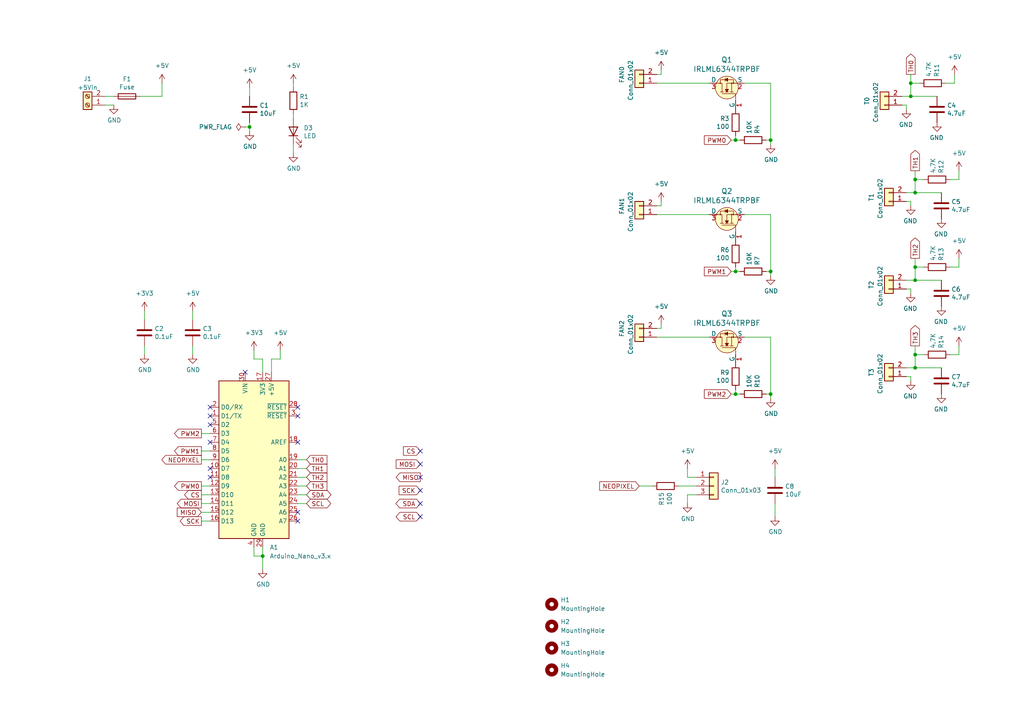
<source format=kicad_sch>
(kicad_sch (version 20211123) (generator eeschema)

  (uuid 9538e4ed-27e6-4c37-b989-9859dc0d49e8)

  (paper "A4")

  (title_block
    (title "Klipper Nano Expander")
    (date "2022-06-19")
    (rev "1.0")
    (company "Olivier Robardet")
    (comment 1 "\"Shield\" for Arduino Nano boards, designed to be used as a Klipper MCU board")
    (comment 2 "Inspired by STM32-Klipper-Expander by Voron Design Group")
  )

  (lib_symbols
    (symbol "Connector:Screw_Terminal_01x02" (pin_names (offset 1.016) hide) (in_bom yes) (on_board yes)
      (property "Reference" "J" (id 0) (at 0 2.54 0)
        (effects (font (size 1.27 1.27)))
      )
      (property "Value" "Screw_Terminal_01x02" (id 1) (at 0 -5.08 0)
        (effects (font (size 1.27 1.27)))
      )
      (property "Footprint" "" (id 2) (at 0 0 0)
        (effects (font (size 1.27 1.27)) hide)
      )
      (property "Datasheet" "~" (id 3) (at 0 0 0)
        (effects (font (size 1.27 1.27)) hide)
      )
      (property "ki_keywords" "screw terminal" (id 4) (at 0 0 0)
        (effects (font (size 1.27 1.27)) hide)
      )
      (property "ki_description" "Generic screw terminal, single row, 01x02, script generated (kicad-library-utils/schlib/autogen/connector/)" (id 5) (at 0 0 0)
        (effects (font (size 1.27 1.27)) hide)
      )
      (property "ki_fp_filters" "TerminalBlock*:*" (id 6) (at 0 0 0)
        (effects (font (size 1.27 1.27)) hide)
      )
      (symbol "Screw_Terminal_01x02_1_1"
        (rectangle (start -1.27 1.27) (end 1.27 -3.81)
          (stroke (width 0.254) (type default) (color 0 0 0 0))
          (fill (type background))
        )
        (circle (center 0 -2.54) (radius 0.635)
          (stroke (width 0.1524) (type default) (color 0 0 0 0))
          (fill (type none))
        )
        (polyline
          (pts
            (xy -0.5334 -2.2098)
            (xy 0.3302 -3.048)
          )
          (stroke (width 0.1524) (type default) (color 0 0 0 0))
          (fill (type none))
        )
        (polyline
          (pts
            (xy -0.5334 0.3302)
            (xy 0.3302 -0.508)
          )
          (stroke (width 0.1524) (type default) (color 0 0 0 0))
          (fill (type none))
        )
        (polyline
          (pts
            (xy -0.3556 -2.032)
            (xy 0.508 -2.8702)
          )
          (stroke (width 0.1524) (type default) (color 0 0 0 0))
          (fill (type none))
        )
        (polyline
          (pts
            (xy -0.3556 0.508)
            (xy 0.508 -0.3302)
          )
          (stroke (width 0.1524) (type default) (color 0 0 0 0))
          (fill (type none))
        )
        (circle (center 0 0) (radius 0.635)
          (stroke (width 0.1524) (type default) (color 0 0 0 0))
          (fill (type none))
        )
        (pin passive line (at -5.08 0 0) (length 3.81)
          (name "Pin_1" (effects (font (size 1.27 1.27))))
          (number "1" (effects (font (size 1.27 1.27))))
        )
        (pin passive line (at -5.08 -2.54 0) (length 3.81)
          (name "Pin_2" (effects (font (size 1.27 1.27))))
          (number "2" (effects (font (size 1.27 1.27))))
        )
      )
    )
    (symbol "Connector_Generic:Conn_01x02" (pin_names (offset 1.016) hide) (in_bom yes) (on_board yes)
      (property "Reference" "J" (id 0) (at 0 2.54 0)
        (effects (font (size 1.27 1.27)))
      )
      (property "Value" "Conn_01x02" (id 1) (at 0 -5.08 0)
        (effects (font (size 1.27 1.27)))
      )
      (property "Footprint" "" (id 2) (at 0 0 0)
        (effects (font (size 1.27 1.27)) hide)
      )
      (property "Datasheet" "~" (id 3) (at 0 0 0)
        (effects (font (size 1.27 1.27)) hide)
      )
      (property "ki_keywords" "connector" (id 4) (at 0 0 0)
        (effects (font (size 1.27 1.27)) hide)
      )
      (property "ki_description" "Generic connector, single row, 01x02, script generated (kicad-library-utils/schlib/autogen/connector/)" (id 5) (at 0 0 0)
        (effects (font (size 1.27 1.27)) hide)
      )
      (property "ki_fp_filters" "Connector*:*_1x??_*" (id 6) (at 0 0 0)
        (effects (font (size 1.27 1.27)) hide)
      )
      (symbol "Conn_01x02_1_1"
        (rectangle (start -1.27 -2.413) (end 0 -2.667)
          (stroke (width 0.1524) (type default) (color 0 0 0 0))
          (fill (type none))
        )
        (rectangle (start -1.27 0.127) (end 0 -0.127)
          (stroke (width 0.1524) (type default) (color 0 0 0 0))
          (fill (type none))
        )
        (rectangle (start -1.27 1.27) (end 1.27 -3.81)
          (stroke (width 0.254) (type default) (color 0 0 0 0))
          (fill (type background))
        )
        (pin passive line (at -5.08 0 0) (length 3.81)
          (name "Pin_1" (effects (font (size 1.27 1.27))))
          (number "1" (effects (font (size 1.27 1.27))))
        )
        (pin passive line (at -5.08 -2.54 0) (length 3.81)
          (name "Pin_2" (effects (font (size 1.27 1.27))))
          (number "2" (effects (font (size 1.27 1.27))))
        )
      )
    )
    (symbol "Connector_Generic:Conn_01x03" (pin_names (offset 1.016) hide) (in_bom yes) (on_board yes)
      (property "Reference" "J" (id 0) (at 0 5.08 0)
        (effects (font (size 1.27 1.27)))
      )
      (property "Value" "Conn_01x03" (id 1) (at 0 -5.08 0)
        (effects (font (size 1.27 1.27)))
      )
      (property "Footprint" "" (id 2) (at 0 0 0)
        (effects (font (size 1.27 1.27)) hide)
      )
      (property "Datasheet" "~" (id 3) (at 0 0 0)
        (effects (font (size 1.27 1.27)) hide)
      )
      (property "ki_keywords" "connector" (id 4) (at 0 0 0)
        (effects (font (size 1.27 1.27)) hide)
      )
      (property "ki_description" "Generic connector, single row, 01x03, script generated (kicad-library-utils/schlib/autogen/connector/)" (id 5) (at 0 0 0)
        (effects (font (size 1.27 1.27)) hide)
      )
      (property "ki_fp_filters" "Connector*:*_1x??_*" (id 6) (at 0 0 0)
        (effects (font (size 1.27 1.27)) hide)
      )
      (symbol "Conn_01x03_1_1"
        (rectangle (start -1.27 -2.413) (end 0 -2.667)
          (stroke (width 0.1524) (type default) (color 0 0 0 0))
          (fill (type none))
        )
        (rectangle (start -1.27 0.127) (end 0 -0.127)
          (stroke (width 0.1524) (type default) (color 0 0 0 0))
          (fill (type none))
        )
        (rectangle (start -1.27 2.667) (end 0 2.413)
          (stroke (width 0.1524) (type default) (color 0 0 0 0))
          (fill (type none))
        )
        (rectangle (start -1.27 3.81) (end 1.27 -3.81)
          (stroke (width 0.254) (type default) (color 0 0 0 0))
          (fill (type background))
        )
        (pin passive line (at -5.08 2.54 0) (length 3.81)
          (name "Pin_1" (effects (font (size 1.27 1.27))))
          (number "1" (effects (font (size 1.27 1.27))))
        )
        (pin passive line (at -5.08 0 0) (length 3.81)
          (name "Pin_2" (effects (font (size 1.27 1.27))))
          (number "2" (effects (font (size 1.27 1.27))))
        )
        (pin passive line (at -5.08 -2.54 0) (length 3.81)
          (name "Pin_3" (effects (font (size 1.27 1.27))))
          (number "3" (effects (font (size 1.27 1.27))))
        )
      )
    )
    (symbol "Device:C" (pin_numbers hide) (pin_names (offset 0.254)) (in_bom yes) (on_board yes)
      (property "Reference" "C" (id 0) (at 0.635 2.54 0)
        (effects (font (size 1.27 1.27)) (justify left))
      )
      (property "Value" "C" (id 1) (at 0.635 -2.54 0)
        (effects (font (size 1.27 1.27)) (justify left))
      )
      (property "Footprint" "" (id 2) (at 0.9652 -3.81 0)
        (effects (font (size 1.27 1.27)) hide)
      )
      (property "Datasheet" "~" (id 3) (at 0 0 0)
        (effects (font (size 1.27 1.27)) hide)
      )
      (property "ki_keywords" "cap capacitor" (id 4) (at 0 0 0)
        (effects (font (size 1.27 1.27)) hide)
      )
      (property "ki_description" "Unpolarized capacitor" (id 5) (at 0 0 0)
        (effects (font (size 1.27 1.27)) hide)
      )
      (property "ki_fp_filters" "C_*" (id 6) (at 0 0 0)
        (effects (font (size 1.27 1.27)) hide)
      )
      (symbol "C_0_1"
        (polyline
          (pts
            (xy -2.032 -0.762)
            (xy 2.032 -0.762)
          )
          (stroke (width 0.508) (type default) (color 0 0 0 0))
          (fill (type none))
        )
        (polyline
          (pts
            (xy -2.032 0.762)
            (xy 2.032 0.762)
          )
          (stroke (width 0.508) (type default) (color 0 0 0 0))
          (fill (type none))
        )
      )
      (symbol "C_1_1"
        (pin passive line (at 0 3.81 270) (length 2.794)
          (name "~" (effects (font (size 1.27 1.27))))
          (number "1" (effects (font (size 1.27 1.27))))
        )
        (pin passive line (at 0 -3.81 90) (length 2.794)
          (name "~" (effects (font (size 1.27 1.27))))
          (number "2" (effects (font (size 1.27 1.27))))
        )
      )
    )
    (symbol "Device:Fuse" (pin_numbers hide) (pin_names (offset 0)) (in_bom yes) (on_board yes)
      (property "Reference" "F" (id 0) (at 2.032 0 90)
        (effects (font (size 1.27 1.27)))
      )
      (property "Value" "Fuse" (id 1) (at -1.905 0 90)
        (effects (font (size 1.27 1.27)))
      )
      (property "Footprint" "" (id 2) (at -1.778 0 90)
        (effects (font (size 1.27 1.27)) hide)
      )
      (property "Datasheet" "~" (id 3) (at 0 0 0)
        (effects (font (size 1.27 1.27)) hide)
      )
      (property "ki_keywords" "fuse" (id 4) (at 0 0 0)
        (effects (font (size 1.27 1.27)) hide)
      )
      (property "ki_description" "Fuse" (id 5) (at 0 0 0)
        (effects (font (size 1.27 1.27)) hide)
      )
      (property "ki_fp_filters" "*Fuse*" (id 6) (at 0 0 0)
        (effects (font (size 1.27 1.27)) hide)
      )
      (symbol "Fuse_0_1"
        (rectangle (start -0.762 -2.54) (end 0.762 2.54)
          (stroke (width 0.254) (type default) (color 0 0 0 0))
          (fill (type none))
        )
        (polyline
          (pts
            (xy 0 2.54)
            (xy 0 -2.54)
          )
          (stroke (width 0) (type default) (color 0 0 0 0))
          (fill (type none))
        )
      )
      (symbol "Fuse_1_1"
        (pin passive line (at 0 3.81 270) (length 1.27)
          (name "~" (effects (font (size 1.27 1.27))))
          (number "1" (effects (font (size 1.27 1.27))))
        )
        (pin passive line (at 0 -3.81 90) (length 1.27)
          (name "~" (effects (font (size 1.27 1.27))))
          (number "2" (effects (font (size 1.27 1.27))))
        )
      )
    )
    (symbol "Device:LED" (pin_numbers hide) (pin_names (offset 1.016) hide) (in_bom yes) (on_board yes)
      (property "Reference" "D" (id 0) (at 0 2.54 0)
        (effects (font (size 1.27 1.27)))
      )
      (property "Value" "LED" (id 1) (at 0 -2.54 0)
        (effects (font (size 1.27 1.27)))
      )
      (property "Footprint" "" (id 2) (at 0 0 0)
        (effects (font (size 1.27 1.27)) hide)
      )
      (property "Datasheet" "~" (id 3) (at 0 0 0)
        (effects (font (size 1.27 1.27)) hide)
      )
      (property "ki_keywords" "LED diode" (id 4) (at 0 0 0)
        (effects (font (size 1.27 1.27)) hide)
      )
      (property "ki_description" "Light emitting diode" (id 5) (at 0 0 0)
        (effects (font (size 1.27 1.27)) hide)
      )
      (property "ki_fp_filters" "LED* LED_SMD:* LED_THT:*" (id 6) (at 0 0 0)
        (effects (font (size 1.27 1.27)) hide)
      )
      (symbol "LED_0_1"
        (polyline
          (pts
            (xy -1.27 -1.27)
            (xy -1.27 1.27)
          )
          (stroke (width 0.254) (type default) (color 0 0 0 0))
          (fill (type none))
        )
        (polyline
          (pts
            (xy -1.27 0)
            (xy 1.27 0)
          )
          (stroke (width 0) (type default) (color 0 0 0 0))
          (fill (type none))
        )
        (polyline
          (pts
            (xy 1.27 -1.27)
            (xy 1.27 1.27)
            (xy -1.27 0)
            (xy 1.27 -1.27)
          )
          (stroke (width 0.254) (type default) (color 0 0 0 0))
          (fill (type none))
        )
        (polyline
          (pts
            (xy -3.048 -0.762)
            (xy -4.572 -2.286)
            (xy -3.81 -2.286)
            (xy -4.572 -2.286)
            (xy -4.572 -1.524)
          )
          (stroke (width 0) (type default) (color 0 0 0 0))
          (fill (type none))
        )
        (polyline
          (pts
            (xy -1.778 -0.762)
            (xy -3.302 -2.286)
            (xy -2.54 -2.286)
            (xy -3.302 -2.286)
            (xy -3.302 -1.524)
          )
          (stroke (width 0) (type default) (color 0 0 0 0))
          (fill (type none))
        )
      )
      (symbol "LED_1_1"
        (pin passive line (at -3.81 0 0) (length 2.54)
          (name "K" (effects (font (size 1.27 1.27))))
          (number "1" (effects (font (size 1.27 1.27))))
        )
        (pin passive line (at 3.81 0 180) (length 2.54)
          (name "A" (effects (font (size 1.27 1.27))))
          (number "2" (effects (font (size 1.27 1.27))))
        )
      )
    )
    (symbol "Device:R" (pin_numbers hide) (pin_names (offset 0)) (in_bom yes) (on_board yes)
      (property "Reference" "R" (id 0) (at 2.032 0 90)
        (effects (font (size 1.27 1.27)))
      )
      (property "Value" "R" (id 1) (at 0 0 90)
        (effects (font (size 1.27 1.27)))
      )
      (property "Footprint" "" (id 2) (at -1.778 0 90)
        (effects (font (size 1.27 1.27)) hide)
      )
      (property "Datasheet" "~" (id 3) (at 0 0 0)
        (effects (font (size 1.27 1.27)) hide)
      )
      (property "ki_keywords" "R res resistor" (id 4) (at 0 0 0)
        (effects (font (size 1.27 1.27)) hide)
      )
      (property "ki_description" "Resistor" (id 5) (at 0 0 0)
        (effects (font (size 1.27 1.27)) hide)
      )
      (property "ki_fp_filters" "R_*" (id 6) (at 0 0 0)
        (effects (font (size 1.27 1.27)) hide)
      )
      (symbol "R_0_1"
        (rectangle (start -1.016 -2.54) (end 1.016 2.54)
          (stroke (width 0.254) (type default) (color 0 0 0 0))
          (fill (type none))
        )
      )
      (symbol "R_1_1"
        (pin passive line (at 0 3.81 270) (length 1.27)
          (name "~" (effects (font (size 1.27 1.27))))
          (number "1" (effects (font (size 1.27 1.27))))
        )
        (pin passive line (at 0 -3.81 90) (length 1.27)
          (name "~" (effects (font (size 1.27 1.27))))
          (number "2" (effects (font (size 1.27 1.27))))
        )
      )
    )
    (symbol "MCU_Module:Arduino_Nano_v3.x" (in_bom yes) (on_board yes)
      (property "Reference" "A" (id 0) (at -10.16 23.495 0)
        (effects (font (size 1.27 1.27)) (justify left bottom))
      )
      (property "Value" "Arduino_Nano_v3.x" (id 1) (at 5.08 -24.13 0)
        (effects (font (size 1.27 1.27)) (justify left top))
      )
      (property "Footprint" "Module:Arduino_Nano" (id 2) (at 0 0 0)
        (effects (font (size 1.27 1.27) italic) hide)
      )
      (property "Datasheet" "http://www.mouser.com/pdfdocs/Gravitech_Arduino_Nano3_0.pdf" (id 3) (at 0 0 0)
        (effects (font (size 1.27 1.27)) hide)
      )
      (property "ki_keywords" "Arduino nano microcontroller module USB" (id 4) (at 0 0 0)
        (effects (font (size 1.27 1.27)) hide)
      )
      (property "ki_description" "Arduino Nano v3.x" (id 5) (at 0 0 0)
        (effects (font (size 1.27 1.27)) hide)
      )
      (property "ki_fp_filters" "Arduino*Nano*" (id 6) (at 0 0 0)
        (effects (font (size 1.27 1.27)) hide)
      )
      (symbol "Arduino_Nano_v3.x_0_1"
        (rectangle (start -10.16 22.86) (end 10.16 -22.86)
          (stroke (width 0.254) (type default) (color 0 0 0 0))
          (fill (type background))
        )
      )
      (symbol "Arduino_Nano_v3.x_1_1"
        (pin bidirectional line (at -12.7 12.7 0) (length 2.54)
          (name "D1/TX" (effects (font (size 1.27 1.27))))
          (number "1" (effects (font (size 1.27 1.27))))
        )
        (pin bidirectional line (at -12.7 -2.54 0) (length 2.54)
          (name "D7" (effects (font (size 1.27 1.27))))
          (number "10" (effects (font (size 1.27 1.27))))
        )
        (pin bidirectional line (at -12.7 -5.08 0) (length 2.54)
          (name "D8" (effects (font (size 1.27 1.27))))
          (number "11" (effects (font (size 1.27 1.27))))
        )
        (pin bidirectional line (at -12.7 -7.62 0) (length 2.54)
          (name "D9" (effects (font (size 1.27 1.27))))
          (number "12" (effects (font (size 1.27 1.27))))
        )
        (pin bidirectional line (at -12.7 -10.16 0) (length 2.54)
          (name "D10" (effects (font (size 1.27 1.27))))
          (number "13" (effects (font (size 1.27 1.27))))
        )
        (pin bidirectional line (at -12.7 -12.7 0) (length 2.54)
          (name "D11" (effects (font (size 1.27 1.27))))
          (number "14" (effects (font (size 1.27 1.27))))
        )
        (pin bidirectional line (at -12.7 -15.24 0) (length 2.54)
          (name "D12" (effects (font (size 1.27 1.27))))
          (number "15" (effects (font (size 1.27 1.27))))
        )
        (pin bidirectional line (at -12.7 -17.78 0) (length 2.54)
          (name "D13" (effects (font (size 1.27 1.27))))
          (number "16" (effects (font (size 1.27 1.27))))
        )
        (pin power_out line (at 2.54 25.4 270) (length 2.54)
          (name "3V3" (effects (font (size 1.27 1.27))))
          (number "17" (effects (font (size 1.27 1.27))))
        )
        (pin input line (at 12.7 5.08 180) (length 2.54)
          (name "AREF" (effects (font (size 1.27 1.27))))
          (number "18" (effects (font (size 1.27 1.27))))
        )
        (pin bidirectional line (at 12.7 0 180) (length 2.54)
          (name "A0" (effects (font (size 1.27 1.27))))
          (number "19" (effects (font (size 1.27 1.27))))
        )
        (pin bidirectional line (at -12.7 15.24 0) (length 2.54)
          (name "D0/RX" (effects (font (size 1.27 1.27))))
          (number "2" (effects (font (size 1.27 1.27))))
        )
        (pin bidirectional line (at 12.7 -2.54 180) (length 2.54)
          (name "A1" (effects (font (size 1.27 1.27))))
          (number "20" (effects (font (size 1.27 1.27))))
        )
        (pin bidirectional line (at 12.7 -5.08 180) (length 2.54)
          (name "A2" (effects (font (size 1.27 1.27))))
          (number "21" (effects (font (size 1.27 1.27))))
        )
        (pin bidirectional line (at 12.7 -7.62 180) (length 2.54)
          (name "A3" (effects (font (size 1.27 1.27))))
          (number "22" (effects (font (size 1.27 1.27))))
        )
        (pin bidirectional line (at 12.7 -10.16 180) (length 2.54)
          (name "A4" (effects (font (size 1.27 1.27))))
          (number "23" (effects (font (size 1.27 1.27))))
        )
        (pin bidirectional line (at 12.7 -12.7 180) (length 2.54)
          (name "A5" (effects (font (size 1.27 1.27))))
          (number "24" (effects (font (size 1.27 1.27))))
        )
        (pin bidirectional line (at 12.7 -15.24 180) (length 2.54)
          (name "A6" (effects (font (size 1.27 1.27))))
          (number "25" (effects (font (size 1.27 1.27))))
        )
        (pin bidirectional line (at 12.7 -17.78 180) (length 2.54)
          (name "A7" (effects (font (size 1.27 1.27))))
          (number "26" (effects (font (size 1.27 1.27))))
        )
        (pin power_out line (at 5.08 25.4 270) (length 2.54)
          (name "+5V" (effects (font (size 1.27 1.27))))
          (number "27" (effects (font (size 1.27 1.27))))
        )
        (pin input line (at 12.7 15.24 180) (length 2.54)
          (name "~{RESET}" (effects (font (size 1.27 1.27))))
          (number "28" (effects (font (size 1.27 1.27))))
        )
        (pin power_in line (at 2.54 -25.4 90) (length 2.54)
          (name "GND" (effects (font (size 1.27 1.27))))
          (number "29" (effects (font (size 1.27 1.27))))
        )
        (pin input line (at 12.7 12.7 180) (length 2.54)
          (name "~{RESET}" (effects (font (size 1.27 1.27))))
          (number "3" (effects (font (size 1.27 1.27))))
        )
        (pin power_in line (at -2.54 25.4 270) (length 2.54)
          (name "VIN" (effects (font (size 1.27 1.27))))
          (number "30" (effects (font (size 1.27 1.27))))
        )
        (pin power_in line (at 0 -25.4 90) (length 2.54)
          (name "GND" (effects (font (size 1.27 1.27))))
          (number "4" (effects (font (size 1.27 1.27))))
        )
        (pin bidirectional line (at -12.7 10.16 0) (length 2.54)
          (name "D2" (effects (font (size 1.27 1.27))))
          (number "5" (effects (font (size 1.27 1.27))))
        )
        (pin bidirectional line (at -12.7 7.62 0) (length 2.54)
          (name "D3" (effects (font (size 1.27 1.27))))
          (number "6" (effects (font (size 1.27 1.27))))
        )
        (pin bidirectional line (at -12.7 5.08 0) (length 2.54)
          (name "D4" (effects (font (size 1.27 1.27))))
          (number "7" (effects (font (size 1.27 1.27))))
        )
        (pin bidirectional line (at -12.7 2.54 0) (length 2.54)
          (name "D5" (effects (font (size 1.27 1.27))))
          (number "8" (effects (font (size 1.27 1.27))))
        )
        (pin bidirectional line (at -12.7 0 0) (length 2.54)
          (name "D6" (effects (font (size 1.27 1.27))))
          (number "9" (effects (font (size 1.27 1.27))))
        )
      )
    )
    (symbol "Mechanical:MountingHole" (pin_names (offset 1.016)) (in_bom yes) (on_board yes)
      (property "Reference" "H" (id 0) (at 0 5.08 0)
        (effects (font (size 1.27 1.27)))
      )
      (property "Value" "MountingHole" (id 1) (at 0 3.175 0)
        (effects (font (size 1.27 1.27)))
      )
      (property "Footprint" "" (id 2) (at 0 0 0)
        (effects (font (size 1.27 1.27)) hide)
      )
      (property "Datasheet" "~" (id 3) (at 0 0 0)
        (effects (font (size 1.27 1.27)) hide)
      )
      (property "ki_keywords" "mounting hole" (id 4) (at 0 0 0)
        (effects (font (size 1.27 1.27)) hide)
      )
      (property "ki_description" "Mounting Hole without connection" (id 5) (at 0 0 0)
        (effects (font (size 1.27 1.27)) hide)
      )
      (property "ki_fp_filters" "MountingHole*" (id 6) (at 0 0 0)
        (effects (font (size 1.27 1.27)) hide)
      )
      (symbol "MountingHole_0_1"
        (circle (center 0 0) (radius 1.27)
          (stroke (width 1.27) (type default) (color 0 0 0 0))
          (fill (type none))
        )
      )
    )
    (symbol "local:IRLML6344TRPBF" (pin_names (offset 0)) (in_bom yes) (on_board yes)
      (property "Reference" "Q" (id 0) (at -2.6924 3.6322 0)
        (effects (font (size 1.524 1.524)) (justify right))
      )
      (property "Value" "IRLML6344TRPBF" (id 1) (at 3.4544 0 90)
        (effects (font (size 1.524 1.524)))
      )
      (property "Footprint" "digikey-footprints:SOT-23-3" (id 2) (at 5.08 5.08 0)
        (effects (font (size 1.524 1.524)) (justify left) hide)
      )
      (property "Datasheet" "https://www.infineon.com/dgdl/irlml6344pbf.pdf?fileId=5546d462533600a4015356689c44262c" (id 3) (at 5.08 7.62 0)
        (effects (font (size 1.524 1.524)) (justify left) hide)
      )
      (property "Digi-Key_PN" "IRLML6344TRPBFCT-ND" (id 4) (at 5.08 10.16 0)
        (effects (font (size 1.524 1.524)) (justify left) hide)
      )
      (property "MPN" "IRLML6344TRPBF" (id 5) (at 5.08 12.7 0)
        (effects (font (size 1.524 1.524)) (justify left) hide)
      )
      (property "Category" "Discrete Semiconductor Products" (id 6) (at 5.08 15.24 0)
        (effects (font (size 1.524 1.524)) (justify left) hide)
      )
      (property "Family" "Transistors - FETs, MOSFETs - Single" (id 7) (at 5.08 17.78 0)
        (effects (font (size 1.524 1.524)) (justify left) hide)
      )
      (property "DK_Datasheet_Link" "https://www.infineon.com/dgdl/irlml6344pbf.pdf?fileId=5546d462533600a4015356689c44262c" (id 8) (at 5.08 20.32 0)
        (effects (font (size 1.524 1.524)) (justify left) hide)
      )
      (property "DK_Detail_Page" "/product-detail/en/infineon-technologies/IRLML6344TRPBF/IRLML6344TRPBFCT-ND/2538168" (id 9) (at 5.08 22.86 0)
        (effects (font (size 1.524 1.524)) (justify left) hide)
      )
      (property "Description" "MOSFET N-CH 30V 5A SOT23" (id 10) (at 5.08 25.4 0)
        (effects (font (size 1.524 1.524)) (justify left) hide)
      )
      (property "Manufacturer" "Infineon Technologies" (id 11) (at 5.08 27.94 0)
        (effects (font (size 1.524 1.524)) (justify left) hide)
      )
      (property "Status" "Active" (id 12) (at 5.08 30.48 0)
        (effects (font (size 1.524 1.524)) (justify left) hide)
      )
      (property "ki_keywords" "IRLML6344TRPBFCT-ND HEXFET®" (id 13) (at 0 0 0)
        (effects (font (size 1.27 1.27)) hide)
      )
      (property "ki_description" "MOSFET N-CH 30V 5A SOT23" (id 14) (at 0 0 0)
        (effects (font (size 1.27 1.27)) hide)
      )
      (symbol "IRLML6344TRPBF_0_1"
        (circle (center -1.27 0) (radius 3.302)
          (stroke (width 0) (type default) (color 0 0 0 0))
          (fill (type background))
        )
        (circle (center 0 -1.905) (radius 0.127)
          (stroke (width 0) (type default) (color 0 0 0 0))
          (fill (type none))
        )
        (circle (center 0 -1.397) (radius 0.127)
          (stroke (width 0) (type default) (color 0 0 0 0))
          (fill (type none))
        )
        (polyline
          (pts
            (xy 0 -1.397)
            (xy -2.54 -1.397)
          )
          (stroke (width 0) (type default) (color 0 0 0 0))
          (fill (type none))
        )
        (polyline
          (pts
            (xy -5.08 -2.54)
            (xy -3.048 -2.54)
            (xy -3.048 1.397)
          )
          (stroke (width 0) (type default) (color 0 0 0 0))
          (fill (type none))
        )
        (polyline
          (pts
            (xy 0 -2.54)
            (xy 0 0)
            (xy -2.54 0)
          )
          (stroke (width 0) (type default) (color 0 0 0 0))
          (fill (type none))
        )
        (polyline
          (pts
            (xy 0 2.54)
            (xy 0 1.397)
            (xy -2.54 1.397)
          )
          (stroke (width 0) (type default) (color 0 0 0 0))
          (fill (type none))
        )
        (polyline
          (pts
            (xy -0.127 -1.905)
            (xy 1.016 -1.905)
            (xy 1.016 1.397)
            (xy 1.016 1.905)
            (xy -0.127 1.905)
          )
          (stroke (width 0) (type default) (color 0 0 0 0))
          (fill (type none))
        )
        (circle (center 0 1.905) (radius 0.127)
          (stroke (width 0) (type default) (color 0 0 0 0))
          (fill (type none))
        )
      )
      (symbol "IRLML6344TRPBF_1_1"
        (polyline
          (pts
            (xy -2.54 -1.397)
            (xy -2.54 -1.905)
          )
          (stroke (width 0) (type default) (color 0 0 0 0))
          (fill (type none))
        )
        (polyline
          (pts
            (xy -2.54 -1.397)
            (xy -2.54 -0.889)
          )
          (stroke (width 0) (type default) (color 0 0 0 0))
          (fill (type none))
        )
        (polyline
          (pts
            (xy -2.54 0)
            (xy -2.54 -0.508)
          )
          (stroke (width 0) (type default) (color 0 0 0 0))
          (fill (type none))
        )
        (polyline
          (pts
            (xy -2.54 0)
            (xy -2.54 0.508)
          )
          (stroke (width 0) (type default) (color 0 0 0 0))
          (fill (type none))
        )
        (polyline
          (pts
            (xy -2.54 1.905)
            (xy -2.54 0.889)
          )
          (stroke (width 0) (type default) (color 0 0 0 0))
          (fill (type none))
        )
        (polyline
          (pts
            (xy 1.524 0.508)
            (xy 0.508 0.508)
          )
          (stroke (width 0) (type default) (color 0 0 0 0))
          (fill (type none))
        )
        (polyline
          (pts
            (xy -2.54 0)
            (xy -1.778 0.508)
            (xy -1.778 -0.508)
            (xy -2.54 0)
          )
          (stroke (width 0) (type default) (color 0 0 0 0))
          (fill (type outline))
        )
        (polyline
          (pts
            (xy 1.016 0.508)
            (xy 0.508 -0.254)
            (xy 1.524 -0.254)
            (xy 1.016 0.508)
          )
          (stroke (width 0) (type default) (color 0 0 0 0))
          (fill (type outline))
        )
        (pin bidirectional line (at -7.62 -2.54 0) (length 2.54)
          (name "G" (effects (font (size 1.27 1.27))))
          (number "1" (effects (font (size 1.27 1.27))))
        )
        (pin bidirectional line (at 0 -5.08 90) (length 2.54)
          (name "S" (effects (font (size 1.27 1.27))))
          (number "2" (effects (font (size 1.27 1.27))))
        )
        (pin bidirectional line (at 0 5.08 270) (length 2.54)
          (name "D" (effects (font (size 1.27 1.27))))
          (number "3" (effects (font (size 1.27 1.27))))
        )
      )
    )
    (symbol "power:+3V3" (power) (pin_names (offset 0)) (in_bom yes) (on_board yes)
      (property "Reference" "#PWR" (id 0) (at 0 -3.81 0)
        (effects (font (size 1.27 1.27)) hide)
      )
      (property "Value" "+3V3" (id 1) (at 0 3.556 0)
        (effects (font (size 1.27 1.27)))
      )
      (property "Footprint" "" (id 2) (at 0 0 0)
        (effects (font (size 1.27 1.27)) hide)
      )
      (property "Datasheet" "" (id 3) (at 0 0 0)
        (effects (font (size 1.27 1.27)) hide)
      )
      (property "ki_keywords" "power-flag" (id 4) (at 0 0 0)
        (effects (font (size 1.27 1.27)) hide)
      )
      (property "ki_description" "Power symbol creates a global label with name \"+3V3\"" (id 5) (at 0 0 0)
        (effects (font (size 1.27 1.27)) hide)
      )
      (symbol "+3V3_0_1"
        (polyline
          (pts
            (xy -0.762 1.27)
            (xy 0 2.54)
          )
          (stroke (width 0) (type default) (color 0 0 0 0))
          (fill (type none))
        )
        (polyline
          (pts
            (xy 0 0)
            (xy 0 2.54)
          )
          (stroke (width 0) (type default) (color 0 0 0 0))
          (fill (type none))
        )
        (polyline
          (pts
            (xy 0 2.54)
            (xy 0.762 1.27)
          )
          (stroke (width 0) (type default) (color 0 0 0 0))
          (fill (type none))
        )
      )
      (symbol "+3V3_1_1"
        (pin power_in line (at 0 0 90) (length 0) hide
          (name "+3V3" (effects (font (size 1.27 1.27))))
          (number "1" (effects (font (size 1.27 1.27))))
        )
      )
    )
    (symbol "power:+5V" (power) (pin_names (offset 0)) (in_bom yes) (on_board yes)
      (property "Reference" "#PWR" (id 0) (at 0 -3.81 0)
        (effects (font (size 1.27 1.27)) hide)
      )
      (property "Value" "+5V" (id 1) (at 0 3.556 0)
        (effects (font (size 1.27 1.27)))
      )
      (property "Footprint" "" (id 2) (at 0 0 0)
        (effects (font (size 1.27 1.27)) hide)
      )
      (property "Datasheet" "" (id 3) (at 0 0 0)
        (effects (font (size 1.27 1.27)) hide)
      )
      (property "ki_keywords" "power-flag" (id 4) (at 0 0 0)
        (effects (font (size 1.27 1.27)) hide)
      )
      (property "ki_description" "Power symbol creates a global label with name \"+5V\"" (id 5) (at 0 0 0)
        (effects (font (size 1.27 1.27)) hide)
      )
      (symbol "+5V_0_1"
        (polyline
          (pts
            (xy -0.762 1.27)
            (xy 0 2.54)
          )
          (stroke (width 0) (type default) (color 0 0 0 0))
          (fill (type none))
        )
        (polyline
          (pts
            (xy 0 0)
            (xy 0 2.54)
          )
          (stroke (width 0) (type default) (color 0 0 0 0))
          (fill (type none))
        )
        (polyline
          (pts
            (xy 0 2.54)
            (xy 0.762 1.27)
          )
          (stroke (width 0) (type default) (color 0 0 0 0))
          (fill (type none))
        )
      )
      (symbol "+5V_1_1"
        (pin power_in line (at 0 0 90) (length 0) hide
          (name "+5V" (effects (font (size 1.27 1.27))))
          (number "1" (effects (font (size 1.27 1.27))))
        )
      )
    )
    (symbol "power:GND" (power) (pin_names (offset 0)) (in_bom yes) (on_board yes)
      (property "Reference" "#PWR" (id 0) (at 0 -6.35 0)
        (effects (font (size 1.27 1.27)) hide)
      )
      (property "Value" "GND" (id 1) (at 0 -3.81 0)
        (effects (font (size 1.27 1.27)))
      )
      (property "Footprint" "" (id 2) (at 0 0 0)
        (effects (font (size 1.27 1.27)) hide)
      )
      (property "Datasheet" "" (id 3) (at 0 0 0)
        (effects (font (size 1.27 1.27)) hide)
      )
      (property "ki_keywords" "power-flag" (id 4) (at 0 0 0)
        (effects (font (size 1.27 1.27)) hide)
      )
      (property "ki_description" "Power symbol creates a global label with name \"GND\" , ground" (id 5) (at 0 0 0)
        (effects (font (size 1.27 1.27)) hide)
      )
      (symbol "GND_0_1"
        (polyline
          (pts
            (xy 0 0)
            (xy 0 -1.27)
            (xy 1.27 -1.27)
            (xy 0 -2.54)
            (xy -1.27 -1.27)
            (xy 0 -1.27)
          )
          (stroke (width 0) (type default) (color 0 0 0 0))
          (fill (type none))
        )
      )
      (symbol "GND_1_1"
        (pin power_in line (at 0 0 270) (length 0) hide
          (name "GND" (effects (font (size 1.27 1.27))))
          (number "1" (effects (font (size 1.27 1.27))))
        )
      )
    )
    (symbol "power:PWR_FLAG" (power) (pin_numbers hide) (pin_names (offset 0) hide) (in_bom yes) (on_board yes)
      (property "Reference" "#FLG" (id 0) (at 0 1.905 0)
        (effects (font (size 1.27 1.27)) hide)
      )
      (property "Value" "PWR_FLAG" (id 1) (at 0 3.81 0)
        (effects (font (size 1.27 1.27)))
      )
      (property "Footprint" "" (id 2) (at 0 0 0)
        (effects (font (size 1.27 1.27)) hide)
      )
      (property "Datasheet" "~" (id 3) (at 0 0 0)
        (effects (font (size 1.27 1.27)) hide)
      )
      (property "ki_keywords" "power-flag" (id 4) (at 0 0 0)
        (effects (font (size 1.27 1.27)) hide)
      )
      (property "ki_description" "Special symbol for telling ERC where power comes from" (id 5) (at 0 0 0)
        (effects (font (size 1.27 1.27)) hide)
      )
      (symbol "PWR_FLAG_0_0"
        (pin power_out line (at 0 0 90) (length 0)
          (name "pwr" (effects (font (size 1.27 1.27))))
          (number "1" (effects (font (size 1.27 1.27))))
        )
      )
      (symbol "PWR_FLAG_0_1"
        (polyline
          (pts
            (xy 0 0)
            (xy 0 1.27)
            (xy -1.016 1.905)
            (xy 0 2.54)
            (xy 1.016 1.905)
            (xy 0 1.27)
          )
          (stroke (width 0) (type default) (color 0 0 0 0))
          (fill (type none))
        )
      )
    )
  )

  (junction (at 265.43 102.87) (diameter 0) (color 0 0 0 0)
    (uuid 27d48d7c-b796-4654-9f19-0faf5fcf92ff)
  )
  (junction (at 213.36 114.3) (diameter 0) (color 0 0 0 0)
    (uuid 2a65211a-8dc7-47f4-98d9-ed9d7e1e32ec)
  )
  (junction (at 223.52 78.74) (diameter 0) (color 0 0 0 0)
    (uuid 35315563-9923-4242-814a-e91f17af0544)
  )
  (junction (at 264.16 27.94) (diameter 0) (color 0 0 0 0)
    (uuid 46b0fa13-3773-441a-9612-7a4705923a42)
  )
  (junction (at 265.43 55.88) (diameter 0) (color 0 0 0 0)
    (uuid 4706cbd5-4b9b-4fdc-967e-b0298f7c0eec)
  )
  (junction (at 265.43 106.68) (diameter 0) (color 0 0 0 0)
    (uuid 6bf19a88-0273-4fbe-9b0f-bb3dfc1dda1b)
  )
  (junction (at 265.43 81.28) (diameter 0) (color 0 0 0 0)
    (uuid 887ddace-23b0-43fe-b223-583fc8397a3f)
  )
  (junction (at 213.36 40.64) (diameter 0) (color 0 0 0 0)
    (uuid a0e5a418-73cd-4945-ae9b-0c7bad2c2258)
  )
  (junction (at 213.36 78.74) (diameter 0) (color 0 0 0 0)
    (uuid a8470f5b-9cd7-4291-babc-ca1d71699150)
  )
  (junction (at 223.52 40.64) (diameter 0) (color 0 0 0 0)
    (uuid ae85e477-0c49-4de4-8a26-e55c5feaba2e)
  )
  (junction (at 264.16 24.13) (diameter 0) (color 0 0 0 0)
    (uuid bbd8d920-4db4-4030-934a-a5aab18a4baf)
  )
  (junction (at 72.39 36.83) (diameter 0) (color 0 0 0 0)
    (uuid be3d1b6c-3a88-4391-9324-614171cab12a)
  )
  (junction (at 265.43 77.47) (diameter 0) (color 0 0 0 0)
    (uuid bf85182b-339a-404e-aa48-5bd73aa81483)
  )
  (junction (at 76.2 161.29) (diameter 0) (color 0 0 0 0)
    (uuid c7249942-1fa2-4061-a078-a7e28003298d)
  )
  (junction (at 265.43 52.07) (diameter 0) (color 0 0 0 0)
    (uuid d56a7cf8-db69-45ce-a924-ed6964439fb4)
  )
  (junction (at 223.52 114.3) (diameter 0) (color 0 0 0 0)
    (uuid d5b98adb-b641-4086-9581-e9cc0370a8fa)
  )

  (no_connect (at 71.12 107.95) (uuid 7c20d86f-b81a-421a-88e1-a029e666a147))
  (no_connect (at 86.36 128.27) (uuid 7c20d86f-b81a-421a-88e1-a029e666a148))
  (no_connect (at 86.36 118.11) (uuid 7c20d86f-b81a-421a-88e1-a029e666a149))
  (no_connect (at 86.36 120.65) (uuid 7c20d86f-b81a-421a-88e1-a029e666a14a))
  (no_connect (at 86.36 151.13) (uuid 7c20d86f-b81a-421a-88e1-a029e666a14b))
  (no_connect (at 86.36 148.59) (uuid 7c20d86f-b81a-421a-88e1-a029e666a14c))
  (no_connect (at 60.96 118.11) (uuid 7c20d86f-b81a-421a-88e1-a029e666a14d))
  (no_connect (at 60.96 120.65) (uuid 7c20d86f-b81a-421a-88e1-a029e666a14e))
  (no_connect (at 60.96 123.19) (uuid 7c20d86f-b81a-421a-88e1-a029e666a14f))
  (no_connect (at 60.96 128.27) (uuid 7c20d86f-b81a-421a-88e1-a029e666a150))
  (no_connect (at 60.96 138.43) (uuid 7c20d86f-b81a-421a-88e1-a029e666a151))
  (no_connect (at 60.96 135.89) (uuid 7c20d86f-b81a-421a-88e1-a029e666a152))
  (no_connect (at 121.92 138.43) (uuid bb54c2ed-88b2-4f67-bc8e-4463aa66fe22))
  (no_connect (at 121.92 146.05) (uuid bb54c2ed-88b2-4f67-bc8e-4463aa66fe23))
  (no_connect (at 121.92 142.24) (uuid bb54c2ed-88b2-4f67-bc8e-4463aa66fe24))
  (no_connect (at 121.92 149.86) (uuid bb54c2ed-88b2-4f67-bc8e-4463aa66fe25))
  (no_connect (at 121.92 130.81) (uuid bb54c2ed-88b2-4f67-bc8e-4463aa66fe26))
  (no_connect (at 121.92 134.62) (uuid bb54c2ed-88b2-4f67-bc8e-4463aa66fe27))

  (wire (pts (xy 73.66 104.14) (xy 76.2 104.14))
    (stroke (width 0) (type default) (color 0 0 0 0))
    (uuid 00c539b5-596a-4173-8a45-8e816bed77ab)
  )
  (wire (pts (xy 262.89 109.22) (xy 264.16 109.22))
    (stroke (width 0) (type default) (color 0 0 0 0))
    (uuid 01c6819a-5842-4519-9816-953cfec99973)
  )
  (wire (pts (xy 190.5 24.13) (xy 205.74 24.13))
    (stroke (width 0) (type default) (color 0 0 0 0))
    (uuid 06463afe-afb0-467c-8b3a-1d11607b32ef)
  )
  (wire (pts (xy 265.43 52.07) (xy 265.43 49.53))
    (stroke (width 0) (type default) (color 0 0 0 0))
    (uuid 065bc683-e368-4edb-93ba-5f37fb270ac9)
  )
  (wire (pts (xy 30.48 27.94) (xy 33.02 27.94))
    (stroke (width 0) (type default) (color 0 0 0 0))
    (uuid 0821495a-eabb-4e98-9f5d-a59cd0bdb233)
  )
  (wire (pts (xy 264.16 58.42) (xy 264.16 59.69))
    (stroke (width 0) (type default) (color 0 0 0 0))
    (uuid 0cd577a2-42ef-4733-8afe-9d3894fc9450)
  )
  (wire (pts (xy 265.43 102.87) (xy 265.43 100.33))
    (stroke (width 0) (type default) (color 0 0 0 0))
    (uuid 0e395423-8847-4abd-901a-b4638695787d)
  )
  (wire (pts (xy 223.52 40.64) (xy 223.52 41.91))
    (stroke (width 0) (type default) (color 0 0 0 0))
    (uuid 12107ee3-a54d-4a88-bb85-8ab16951e6c5)
  )
  (wire (pts (xy 58.42 140.97) (xy 60.96 140.97))
    (stroke (width 0) (type default) (color 0 0 0 0))
    (uuid 19564ba9-b2c6-4fdd-917d-16701e4cb0ab)
  )
  (wire (pts (xy 58.42 148.59) (xy 60.96 148.59))
    (stroke (width 0) (type default) (color 0 0 0 0))
    (uuid 1e28ddc8-6f62-424e-871a-37b36753f183)
  )
  (wire (pts (xy 261.62 27.94) (xy 264.16 27.94))
    (stroke (width 0) (type default) (color 0 0 0 0))
    (uuid 1f407b2c-ba68-45d0-a99e-ee1fce0b26f0)
  )
  (wire (pts (xy 76.2 161.29) (xy 76.2 158.75))
    (stroke (width 0) (type default) (color 0 0 0 0))
    (uuid 260208bf-fdfa-456b-907e-d3b49f04d898)
  )
  (wire (pts (xy 223.52 40.64) (xy 223.52 24.13))
    (stroke (width 0) (type default) (color 0 0 0 0))
    (uuid 26182363-6571-4cdc-8349-3df7f1f31fac)
  )
  (wire (pts (xy 85.09 34.29) (xy 85.09 33.02))
    (stroke (width 0) (type default) (color 0 0 0 0))
    (uuid 26ebc504-8aa1-4768-a1d2-4a18378546a2)
  )
  (wire (pts (xy 262.89 55.88) (xy 265.43 55.88))
    (stroke (width 0) (type default) (color 0 0 0 0))
    (uuid 283ba02d-d7e8-41d5-b792-3163431e9200)
  )
  (wire (pts (xy 262.89 81.28) (xy 265.43 81.28))
    (stroke (width 0) (type default) (color 0 0 0 0))
    (uuid 28ec46a0-a150-4e2c-937d-ca7ef4c29955)
  )
  (wire (pts (xy 213.36 114.3) (xy 212.09 114.3))
    (stroke (width 0) (type default) (color 0 0 0 0))
    (uuid 2cf77b1f-cfd1-475b-9ea8-13cd53fbe411)
  )
  (wire (pts (xy 262.89 83.82) (xy 264.16 83.82))
    (stroke (width 0) (type default) (color 0 0 0 0))
    (uuid 2e59bc65-8cde-46ee-b3c8-45611cfae18f)
  )
  (wire (pts (xy 265.43 55.88) (xy 273.05 55.88))
    (stroke (width 0) (type default) (color 0 0 0 0))
    (uuid 2f9d16ec-2d4d-404a-847d-eed32ac2780f)
  )
  (wire (pts (xy 78.74 107.95) (xy 78.74 104.14))
    (stroke (width 0) (type default) (color 0 0 0 0))
    (uuid 32575af6-5b62-4eff-bdd1-c3d2e11f522d)
  )
  (wire (pts (xy 199.39 138.43) (xy 199.39 135.89))
    (stroke (width 0) (type default) (color 0 0 0 0))
    (uuid 361aab63-0581-4e18-8022-bcc363ac455b)
  )
  (wire (pts (xy 191.77 95.25) (xy 191.77 93.98))
    (stroke (width 0) (type default) (color 0 0 0 0))
    (uuid 3655ea23-04b7-439b-98be-6475cab5643f)
  )
  (wire (pts (xy 86.36 146.05) (xy 88.9 146.05))
    (stroke (width 0) (type default) (color 0 0 0 0))
    (uuid 375d2241-2727-41a2-b2ae-e7a2f896177b)
  )
  (wire (pts (xy 224.79 135.89) (xy 224.79 138.43))
    (stroke (width 0) (type default) (color 0 0 0 0))
    (uuid 37990d5c-4d7b-403e-aa3b-126cac677a2a)
  )
  (wire (pts (xy 264.16 24.13) (xy 264.16 21.59))
    (stroke (width 0) (type default) (color 0 0 0 0))
    (uuid 3982e17f-2471-491b-a4ac-288243517017)
  )
  (wire (pts (xy 267.97 77.47) (xy 265.43 77.47))
    (stroke (width 0) (type default) (color 0 0 0 0))
    (uuid 3b8e7aca-3832-48b9-bf7e-2fd976ed8ce6)
  )
  (wire (pts (xy 213.36 78.74) (xy 214.63 78.74))
    (stroke (width 0) (type default) (color 0 0 0 0))
    (uuid 3d3037f8-63a7-493c-a49f-3e05961783ab)
  )
  (wire (pts (xy 86.36 143.51) (xy 88.9 143.51))
    (stroke (width 0) (type default) (color 0 0 0 0))
    (uuid 3f15063e-257b-49ff-a175-b33019d70662)
  )
  (wire (pts (xy 46.99 27.94) (xy 46.99 24.13))
    (stroke (width 0) (type default) (color 0 0 0 0))
    (uuid 423061d6-88cb-4492-a3e3-3e745a28deff)
  )
  (wire (pts (xy 85.09 24.13) (xy 85.09 25.4))
    (stroke (width 0) (type default) (color 0 0 0 0))
    (uuid 42c53ad8-ac89-47a6-a05d-1e45607ba1c5)
  )
  (wire (pts (xy 274.32 24.13) (xy 276.86 24.13))
    (stroke (width 0) (type default) (color 0 0 0 0))
    (uuid 4398ef2a-7263-4830-b568-876616bc26e4)
  )
  (wire (pts (xy 58.42 130.81) (xy 60.96 130.81))
    (stroke (width 0) (type default) (color 0 0 0 0))
    (uuid 44e91370-bf1f-4df0-9e64-0eb8e6c5a972)
  )
  (wire (pts (xy 190.5 21.59) (xy 191.77 21.59))
    (stroke (width 0) (type default) (color 0 0 0 0))
    (uuid 45c7ac53-8351-4398-a90e-296009521fc0)
  )
  (wire (pts (xy 223.52 78.74) (xy 223.52 80.01))
    (stroke (width 0) (type default) (color 0 0 0 0))
    (uuid 46ce3eb3-c7fb-4602-ba01-5f641cf0a280)
  )
  (wire (pts (xy 213.36 113.03) (xy 213.36 114.3))
    (stroke (width 0) (type default) (color 0 0 0 0))
    (uuid 4ac9713b-1d39-407e-8f79-aba074b3c688)
  )
  (wire (pts (xy 265.43 81.28) (xy 273.05 81.28))
    (stroke (width 0) (type default) (color 0 0 0 0))
    (uuid 51be1cd3-6818-44b6-991b-afb04d881433)
  )
  (wire (pts (xy 201.93 138.43) (xy 199.39 138.43))
    (stroke (width 0) (type default) (color 0 0 0 0))
    (uuid 523c7f04-5205-4c93-916e-7ded6997cba2)
  )
  (wire (pts (xy 278.13 102.87) (xy 278.13 100.33))
    (stroke (width 0) (type default) (color 0 0 0 0))
    (uuid 560830c0-4ddf-4ff8-9fd2-6e4c1958e953)
  )
  (wire (pts (xy 73.66 158.75) (xy 73.66 161.29))
    (stroke (width 0) (type default) (color 0 0 0 0))
    (uuid 56e0af6c-17ac-45be-a6b1-f823ff68c717)
  )
  (wire (pts (xy 264.16 83.82) (xy 264.16 85.09))
    (stroke (width 0) (type default) (color 0 0 0 0))
    (uuid 57ed4cec-0e2e-4af2-9e8a-60cd43d71f10)
  )
  (wire (pts (xy 73.66 161.29) (xy 76.2 161.29))
    (stroke (width 0) (type default) (color 0 0 0 0))
    (uuid 60c2826a-d14a-4bcf-b8cc-8f6f97e46026)
  )
  (wire (pts (xy 58.42 125.73) (xy 60.96 125.73))
    (stroke (width 0) (type default) (color 0 0 0 0))
    (uuid 61b5dbdf-0fec-422f-b059-8fd3432a6774)
  )
  (wire (pts (xy 213.36 39.37) (xy 213.36 40.64))
    (stroke (width 0) (type default) (color 0 0 0 0))
    (uuid 68a74f65-6d68-4b9b-aa41-7a6f2034702f)
  )
  (wire (pts (xy 223.52 78.74) (xy 223.52 62.23))
    (stroke (width 0) (type default) (color 0 0 0 0))
    (uuid 6ad6e429-a703-40d7-acc2-1612608ed819)
  )
  (wire (pts (xy 222.25 114.3) (xy 223.52 114.3))
    (stroke (width 0) (type default) (color 0 0 0 0))
    (uuid 6f6a41a6-91ef-4a7a-839d-bdda8e8cf6fa)
  )
  (wire (pts (xy 267.97 52.07) (xy 265.43 52.07))
    (stroke (width 0) (type default) (color 0 0 0 0))
    (uuid 6fe579aa-f459-4407-8d61-dd8296b21e1d)
  )
  (wire (pts (xy 76.2 161.29) (xy 76.2 165.1))
    (stroke (width 0) (type default) (color 0 0 0 0))
    (uuid 711e9822-edcd-4345-83a2-d09cb1557664)
  )
  (wire (pts (xy 30.48 30.48) (xy 33.02 30.48))
    (stroke (width 0) (type default) (color 0 0 0 0))
    (uuid 7123082d-6905-4d3a-bb4e-8ec6161fa741)
  )
  (wire (pts (xy 224.79 146.05) (xy 224.79 149.86))
    (stroke (width 0) (type default) (color 0 0 0 0))
    (uuid 718922eb-90d2-48ca-ada8-e173952ad32f)
  )
  (wire (pts (xy 81.28 104.14) (xy 81.28 101.6))
    (stroke (width 0) (type default) (color 0 0 0 0))
    (uuid 734bf016-085e-40bc-8a0f-c178b541a7c3)
  )
  (wire (pts (xy 264.16 109.22) (xy 264.16 110.49))
    (stroke (width 0) (type default) (color 0 0 0 0))
    (uuid 74c55023-f54c-499d-bfc6-5f2c628b7b42)
  )
  (wire (pts (xy 223.52 114.3) (xy 223.52 97.79))
    (stroke (width 0) (type default) (color 0 0 0 0))
    (uuid 799bafbe-80d7-400d-9c48-e82291a8d3c0)
  )
  (wire (pts (xy 41.91 100.33) (xy 41.91 102.87))
    (stroke (width 0) (type default) (color 0 0 0 0))
    (uuid 7acfab87-6572-4ca6-a37f-d5272a4e4a3f)
  )
  (wire (pts (xy 76.2 104.14) (xy 76.2 107.95))
    (stroke (width 0) (type default) (color 0 0 0 0))
    (uuid 7af6780b-3303-4292-9eb6-9d06dc41976d)
  )
  (wire (pts (xy 223.52 62.23) (xy 215.9 62.23))
    (stroke (width 0) (type default) (color 0 0 0 0))
    (uuid 7c27e677-98d6-43b4-b9be-948ae48e9af1)
  )
  (wire (pts (xy 185.42 140.97) (xy 189.23 140.97))
    (stroke (width 0) (type default) (color 0 0 0 0))
    (uuid 7eb18e96-e32d-4b6b-8c09-32767e078807)
  )
  (wire (pts (xy 190.5 95.25) (xy 191.77 95.25))
    (stroke (width 0) (type default) (color 0 0 0 0))
    (uuid 7fe82d9e-b0fe-48d5-9b0a-42e76a239719)
  )
  (wire (pts (xy 72.39 35.56) (xy 72.39 36.83))
    (stroke (width 0) (type default) (color 0 0 0 0))
    (uuid 80e10cb1-c749-4df6-aa57-912cf3aeb0f7)
  )
  (wire (pts (xy 73.66 104.14) (xy 73.66 101.6))
    (stroke (width 0) (type default) (color 0 0 0 0))
    (uuid 81d489b2-fe2c-468d-9c7f-388d1d599f9e)
  )
  (wire (pts (xy 191.77 58.42) (xy 191.77 59.69))
    (stroke (width 0) (type default) (color 0 0 0 0))
    (uuid 83bfcdd2-499a-4dd8-8f81-dfb22fea34e1)
  )
  (wire (pts (xy 261.62 30.48) (xy 262.89 30.48))
    (stroke (width 0) (type default) (color 0 0 0 0))
    (uuid 8509fd0d-0ecf-41b5-ba35-5c5e8862735e)
  )
  (wire (pts (xy 41.91 90.17) (xy 41.91 92.71))
    (stroke (width 0) (type default) (color 0 0 0 0))
    (uuid 88233ecf-c51f-4f38-96e8-b3ba58c90ada)
  )
  (wire (pts (xy 262.89 58.42) (xy 264.16 58.42))
    (stroke (width 0) (type default) (color 0 0 0 0))
    (uuid 884d4a26-c4b7-42eb-a54a-2ab76ffbfc64)
  )
  (wire (pts (xy 85.09 41.91) (xy 85.09 44.45))
    (stroke (width 0) (type default) (color 0 0 0 0))
    (uuid 8a1068ae-f532-4eb3-9830-075fb892d87b)
  )
  (wire (pts (xy 55.88 100.33) (xy 55.88 102.87))
    (stroke (width 0) (type default) (color 0 0 0 0))
    (uuid 8bedbf38-08ff-4fb3-a111-fa57690f61ac)
  )
  (wire (pts (xy 223.52 24.13) (xy 215.9 24.13))
    (stroke (width 0) (type default) (color 0 0 0 0))
    (uuid 8c2afea6-30dd-4089-9478-1667907ae922)
  )
  (wire (pts (xy 58.42 151.13) (xy 60.96 151.13))
    (stroke (width 0) (type default) (color 0 0 0 0))
    (uuid 8e276187-2076-4f10-84ab-f5c9d899b8a7)
  )
  (wire (pts (xy 213.36 40.64) (xy 214.63 40.64))
    (stroke (width 0) (type default) (color 0 0 0 0))
    (uuid 8e7ea2ed-22ca-47d5-9623-b61b6b5d2e02)
  )
  (wire (pts (xy 213.36 40.64) (xy 212.09 40.64))
    (stroke (width 0) (type default) (color 0 0 0 0))
    (uuid 8f19fedc-1c84-42cd-b871-0df5d78914ea)
  )
  (wire (pts (xy 190.5 62.23) (xy 205.74 62.23))
    (stroke (width 0) (type default) (color 0 0 0 0))
    (uuid 9384f4d8-3a34-41fc-a8f2-2ba1054c60e0)
  )
  (wire (pts (xy 86.36 135.89) (xy 88.9 135.89))
    (stroke (width 0) (type default) (color 0 0 0 0))
    (uuid 96dc019a-7cb6-4e86-9ca6-05e3481b5fa2)
  )
  (wire (pts (xy 55.88 90.17) (xy 55.88 92.71))
    (stroke (width 0) (type default) (color 0 0 0 0))
    (uuid 98d6da44-b59a-4cd3-9e28-c7177045d0f5)
  )
  (wire (pts (xy 265.43 52.07) (xy 265.43 55.88))
    (stroke (width 0) (type default) (color 0 0 0 0))
    (uuid 9b252dd7-24f0-4ebb-a0ef-fad5f10fe909)
  )
  (wire (pts (xy 86.36 140.97) (xy 88.9 140.97))
    (stroke (width 0) (type default) (color 0 0 0 0))
    (uuid 9cf4ce76-0340-48e4-aa7f-9a186d641e19)
  )
  (wire (pts (xy 86.36 138.43) (xy 88.9 138.43))
    (stroke (width 0) (type default) (color 0 0 0 0))
    (uuid 9d96697c-b614-418c-86b1-efbf8721b757)
  )
  (wire (pts (xy 72.39 36.83) (xy 72.39 38.1))
    (stroke (width 0) (type default) (color 0 0 0 0))
    (uuid a499b04a-2649-4d51-86d6-6962f559c8c5)
  )
  (wire (pts (xy 275.59 102.87) (xy 278.13 102.87))
    (stroke (width 0) (type default) (color 0 0 0 0))
    (uuid a519c67c-03f6-4472-9bdb-e475b85f9e25)
  )
  (wire (pts (xy 223.52 97.79) (xy 215.9 97.79))
    (stroke (width 0) (type default) (color 0 0 0 0))
    (uuid a5222c02-b726-41de-b0a6-5b1fd0971e78)
  )
  (wire (pts (xy 191.77 21.59) (xy 191.77 20.32))
    (stroke (width 0) (type default) (color 0 0 0 0))
    (uuid a55ace84-de57-4e19-948f-daedd3cc9a66)
  )
  (wire (pts (xy 213.36 77.47) (xy 213.36 78.74))
    (stroke (width 0) (type default) (color 0 0 0 0))
    (uuid a69ea940-63be-4ebc-a839-87783d203093)
  )
  (wire (pts (xy 265.43 77.47) (xy 265.43 74.93))
    (stroke (width 0) (type default) (color 0 0 0 0))
    (uuid a6b391a3-952c-45af-874e-1f7f9dc4b644)
  )
  (wire (pts (xy 78.74 104.14) (xy 81.28 104.14))
    (stroke (width 0) (type default) (color 0 0 0 0))
    (uuid a70a8841-6766-4df5-9673-f23a7d028c3a)
  )
  (wire (pts (xy 213.36 78.74) (xy 212.09 78.74))
    (stroke (width 0) (type default) (color 0 0 0 0))
    (uuid a8076f3b-8dc3-4ded-bf8f-f29183ff64b2)
  )
  (wire (pts (xy 278.13 52.07) (xy 278.13 49.53))
    (stroke (width 0) (type default) (color 0 0 0 0))
    (uuid aada75bf-2040-4ccf-aff9-2225d03065b4)
  )
  (wire (pts (xy 71.12 36.83) (xy 72.39 36.83))
    (stroke (width 0) (type default) (color 0 0 0 0))
    (uuid ab7d9096-c874-4b05-b84b-3a604ccf0bef)
  )
  (wire (pts (xy 278.13 77.47) (xy 278.13 74.93))
    (stroke (width 0) (type default) (color 0 0 0 0))
    (uuid ae37fea0-0522-43d0-936d-6fc915e44acf)
  )
  (wire (pts (xy 275.59 52.07) (xy 278.13 52.07))
    (stroke (width 0) (type default) (color 0 0 0 0))
    (uuid b0e63efa-6677-492f-a733-a6c68324ab97)
  )
  (wire (pts (xy 58.42 146.05) (xy 60.96 146.05))
    (stroke (width 0) (type default) (color 0 0 0 0))
    (uuid b5221093-342f-4a13-ae8b-0767087fd359)
  )
  (wire (pts (xy 72.39 25.4) (xy 72.39 27.94))
    (stroke (width 0) (type default) (color 0 0 0 0))
    (uuid b937bc7c-81d7-4d6d-982b-c4d7c9f2d083)
  )
  (wire (pts (xy 190.5 97.79) (xy 205.74 97.79))
    (stroke (width 0) (type default) (color 0 0 0 0))
    (uuid bd1075dd-6d49-4073-853d-3ed84de4858b)
  )
  (wire (pts (xy 265.43 77.47) (xy 265.43 81.28))
    (stroke (width 0) (type default) (color 0 0 0 0))
    (uuid be32fce5-e4c1-4477-91c6-a5dc910159e1)
  )
  (wire (pts (xy 86.36 133.35) (xy 88.9 133.35))
    (stroke (width 0) (type default) (color 0 0 0 0))
    (uuid c2e339c8-434c-4cdd-bf7d-e40960301fe4)
  )
  (wire (pts (xy 213.36 114.3) (xy 214.63 114.3))
    (stroke (width 0) (type default) (color 0 0 0 0))
    (uuid c5272fb9-04d8-484e-9a4b-1fbfa92eb07d)
  )
  (wire (pts (xy 58.42 143.51) (xy 60.96 143.51))
    (stroke (width 0) (type default) (color 0 0 0 0))
    (uuid c7482b00-fe04-4e4b-a5ef-5e6dc19e438d)
  )
  (wire (pts (xy 264.16 27.94) (xy 271.78 27.94))
    (stroke (width 0) (type default) (color 0 0 0 0))
    (uuid caf06ab6-a128-4008-a945-139327dd4330)
  )
  (wire (pts (xy 40.64 27.94) (xy 46.99 27.94))
    (stroke (width 0) (type default) (color 0 0 0 0))
    (uuid cc03e55b-5ec6-4c92-929f-a99f770ab283)
  )
  (wire (pts (xy 58.42 133.35) (xy 60.96 133.35))
    (stroke (width 0) (type default) (color 0 0 0 0))
    (uuid cec50e70-3c97-4aab-8520-4b4f492d04e9)
  )
  (wire (pts (xy 265.43 106.68) (xy 273.05 106.68))
    (stroke (width 0) (type default) (color 0 0 0 0))
    (uuid d1454fe0-d109-4fae-b5bb-fdccd379dc3f)
  )
  (wire (pts (xy 262.89 106.68) (xy 265.43 106.68))
    (stroke (width 0) (type default) (color 0 0 0 0))
    (uuid d556bb76-3ad0-4f0c-9503-08eeb6e143db)
  )
  (wire (pts (xy 223.52 114.3) (xy 223.52 115.57))
    (stroke (width 0) (type default) (color 0 0 0 0))
    (uuid d9df6c54-3952-42f9-8338-9416512daaf0)
  )
  (wire (pts (xy 264.16 24.13) (xy 264.16 27.94))
    (stroke (width 0) (type default) (color 0 0 0 0))
    (uuid da2722c7-0641-4916-bf21-dc45381b475d)
  )
  (wire (pts (xy 275.59 77.47) (xy 278.13 77.47))
    (stroke (width 0) (type default) (color 0 0 0 0))
    (uuid dc2f8ea0-d325-443b-b87c-33339f9efcac)
  )
  (wire (pts (xy 196.85 140.97) (xy 201.93 140.97))
    (stroke (width 0) (type default) (color 0 0 0 0))
    (uuid ddd678bf-d615-4098-8f0e-aeeb275f5104)
  )
  (wire (pts (xy 199.39 146.05) (xy 199.39 143.51))
    (stroke (width 0) (type default) (color 0 0 0 0))
    (uuid de5ea62c-50db-4e10-93cb-d7bfc1a9b939)
  )
  (wire (pts (xy 222.25 78.74) (xy 223.52 78.74))
    (stroke (width 0) (type default) (color 0 0 0 0))
    (uuid df38f969-6ece-43df-9a2c-291f66b056b9)
  )
  (wire (pts (xy 199.39 143.51) (xy 201.93 143.51))
    (stroke (width 0) (type default) (color 0 0 0 0))
    (uuid e49c66c6-e2f6-416d-9a10-20ee9b1aa0dc)
  )
  (wire (pts (xy 267.97 102.87) (xy 265.43 102.87))
    (stroke (width 0) (type default) (color 0 0 0 0))
    (uuid ee2bddf4-b89a-45a5-83ac-ad67857646fd)
  )
  (wire (pts (xy 265.43 102.87) (xy 265.43 106.68))
    (stroke (width 0) (type default) (color 0 0 0 0))
    (uuid ef681cfc-4208-41a9-96a6-222b7dd17b98)
  )
  (wire (pts (xy 222.25 40.64) (xy 223.52 40.64))
    (stroke (width 0) (type default) (color 0 0 0 0))
    (uuid f198b13d-9f84-4ce1-81c0-5489d774ae43)
  )
  (wire (pts (xy 266.7 24.13) (xy 264.16 24.13))
    (stroke (width 0) (type default) (color 0 0 0 0))
    (uuid f4859bef-4e10-40be-8918-92b2a2cf1f7d)
  )
  (wire (pts (xy 276.86 24.13) (xy 276.86 21.59))
    (stroke (width 0) (type default) (color 0 0 0 0))
    (uuid fae68282-8ec4-4f7a-b943-50de98147ee8)
  )
  (wire (pts (xy 191.77 59.69) (xy 190.5 59.69))
    (stroke (width 0) (type default) (color 0 0 0 0))
    (uuid fd6cbf09-9375-459c-aa48-866bd124dcd9)
  )
  (wire (pts (xy 262.89 30.48) (xy 262.89 31.75))
    (stroke (width 0) (type default) (color 0 0 0 0))
    (uuid fdbf6061-f466-4d40-bbc0-3c70b853a686)
  )

  (global_label "SCL" (shape bidirectional) (at 88.9 146.05 0) (fields_autoplaced)
    (effects (font (size 1.27 1.27)) (justify left))
    (uuid 00323d49-e34a-439c-820d-1a99478c04d4)
    (property "Intersheet References" "${INTERSHEET_REFS}" (id 0) (at 94.8207 145.9706 0)
      (effects (font (size 1.27 1.27)) (justify left) hide)
    )
  )
  (global_label "MISO" (shape output) (at 121.92 138.43 180) (fields_autoplaced)
    (effects (font (size 1.27 1.27)) (justify right))
    (uuid 054d6d0d-386e-47cd-9653-8b2135ad087a)
    (property "Intersheet References" "${INTERSHEET_REFS}" (id 0) (at 114.9107 138.3506 0)
      (effects (font (size 1.27 1.27)) (justify right) hide)
    )
  )
  (global_label "SCK" (shape input) (at 121.92 142.24 180) (fields_autoplaced)
    (effects (font (size 1.27 1.27)) (justify right))
    (uuid 0c80eb00-131c-423d-83bf-401c6b50cfb2)
    (property "Intersheet References" "${INTERSHEET_REFS}" (id 0) (at 115.7574 142.1606 0)
      (effects (font (size 1.27 1.27)) (justify right) hide)
    )
  )
  (global_label "PWM0" (shape output) (at 58.42 140.97 180) (fields_autoplaced)
    (effects (font (size 1.27 1.27)) (justify right))
    (uuid 1be5506a-07a3-447d-b379-4e04e402bbb9)
    (property "Intersheet References" "${INTERSHEET_REFS}" (id 0) (at 50.6245 140.8906 0)
      (effects (font (size 1.27 1.27)) (justify right) hide)
    )
  )
  (global_label "SDA" (shape bidirectional) (at 88.9 143.51 0) (fields_autoplaced)
    (effects (font (size 1.27 1.27)) (justify left))
    (uuid 1de86d0f-7637-4d63-8ea7-8e7ed7c4c368)
    (property "Intersheet References" "${INTERSHEET_REFS}" (id 0) (at 94.8812 143.4306 0)
      (effects (font (size 1.27 1.27)) (justify left) hide)
    )
  )
  (global_label "CS" (shape output) (at 58.42 143.51 180) (fields_autoplaced)
    (effects (font (size 1.27 1.27)) (justify right))
    (uuid 1f07f6cd-34dd-4aa8-93ef-c3d961114b27)
    (property "Intersheet References" "${INTERSHEET_REFS}" (id 0) (at 53.5274 143.4306 0)
      (effects (font (size 1.27 1.27)) (justify right) hide)
    )
  )
  (global_label "SDA" (shape bidirectional) (at 121.92 146.05 180) (fields_autoplaced)
    (effects (font (size 1.27 1.27)) (justify right))
    (uuid 2681822c-afa0-4932-b065-417b0b386b38)
    (property "Intersheet References" "${INTERSHEET_REFS}" (id 0) (at 115.9388 145.9706 0)
      (effects (font (size 1.27 1.27)) (justify right) hide)
    )
  )
  (global_label "MOSI" (shape input) (at 121.92 134.62 180) (fields_autoplaced)
    (effects (font (size 1.27 1.27)) (justify right))
    (uuid 294580e1-e5a3-4d9d-b7f2-6239d2f26417)
    (property "Intersheet References" "${INTERSHEET_REFS}" (id 0) (at 114.9107 134.5406 0)
      (effects (font (size 1.27 1.27)) (justify right) hide)
    )
  )
  (global_label "TH2" (shape output) (at 265.43 74.93 90) (fields_autoplaced)
    (effects (font (size 1.27 1.27)) (justify left))
    (uuid 2e37981f-1f29-46e9-b23e-31d82b1d963d)
    (property "Intersheet References" "${INTERSHEET_REFS}" (id 0) (at 265.3506 69.0093 90)
      (effects (font (size 1.27 1.27)) (justify left) hide)
    )
  )
  (global_label "TH2" (shape input) (at 88.9 138.43 0) (fields_autoplaced)
    (effects (font (size 1.27 1.27)) (justify left))
    (uuid 366469dd-bc1c-43ab-8e31-2f6aaf44158d)
    (property "Intersheet References" "${INTERSHEET_REFS}" (id 0) (at 94.8207 138.3506 0)
      (effects (font (size 1.27 1.27)) (justify left) hide)
    )
  )
  (global_label "TH3" (shape input) (at 88.9 140.97 0) (fields_autoplaced)
    (effects (font (size 1.27 1.27)) (justify left))
    (uuid 51981f6b-56c1-437b-aadc-af15dc0442f2)
    (property "Intersheet References" "${INTERSHEET_REFS}" (id 0) (at 94.8207 140.8906 0)
      (effects (font (size 1.27 1.27)) (justify left) hide)
    )
  )
  (global_label "CS" (shape input) (at 121.92 130.81 180) (fields_autoplaced)
    (effects (font (size 1.27 1.27)) (justify right))
    (uuid 6daacea6-ea26-40c6-adbb-1be446eb7c95)
    (property "Intersheet References" "${INTERSHEET_REFS}" (id 0) (at 117.0274 130.7306 0)
      (effects (font (size 1.27 1.27)) (justify right) hide)
    )
  )
  (global_label "SCL" (shape bidirectional) (at 121.92 149.86 180) (fields_autoplaced)
    (effects (font (size 1.27 1.27)) (justify right))
    (uuid 745a56db-4f80-4ddd-aec2-bee0b75e9dbb)
    (property "Intersheet References" "${INTERSHEET_REFS}" (id 0) (at 115.9993 149.7806 0)
      (effects (font (size 1.27 1.27)) (justify right) hide)
    )
  )
  (global_label "NEOPIXEL" (shape output) (at 58.42 133.35 180) (fields_autoplaced)
    (effects (font (size 1.27 1.27)) (justify right))
    (uuid 77e3704c-1d5b-4528-841a-bfb551d21c83)
    (property "Intersheet References" "${INTERSHEET_REFS}" (id 0) (at 46.9355 133.2706 0)
      (effects (font (size 1.27 1.27)) (justify right) hide)
    )
  )
  (global_label "SCK" (shape output) (at 58.42 151.13 180) (fields_autoplaced)
    (effects (font (size 1.27 1.27)) (justify right))
    (uuid 78f27ff6-a383-4aae-97b3-f255c78cc1d3)
    (property "Intersheet References" "${INTERSHEET_REFS}" (id 0) (at 52.2574 151.0506 0)
      (effects (font (size 1.27 1.27)) (justify right) hide)
    )
  )
  (global_label "PWM1" (shape input) (at 212.09 78.74 180) (fields_autoplaced)
    (effects (font (size 1.27 1.27)) (justify right))
    (uuid 7f671069-3502-44f4-a890-a223544ea2bd)
    (property "Intersheet References" "${INTERSHEET_REFS}" (id 0) (at 204.2945 78.6606 0)
      (effects (font (size 1.27 1.27)) (justify right) hide)
    )
  )
  (global_label "PWM2" (shape input) (at 212.09 114.3 180) (fields_autoplaced)
    (effects (font (size 1.27 1.27)) (justify right))
    (uuid 86eac2f9-3be2-48c5-afa2-a1f5df2582bb)
    (property "Intersheet References" "${INTERSHEET_REFS}" (id 0) (at 204.2945 114.2206 0)
      (effects (font (size 1.27 1.27)) (justify right) hide)
    )
  )
  (global_label "PWM1" (shape output) (at 58.42 130.81 180) (fields_autoplaced)
    (effects (font (size 1.27 1.27)) (justify right))
    (uuid 8934b39d-c8c3-43d5-a8ca-51a63c849a53)
    (property "Intersheet References" "${INTERSHEET_REFS}" (id 0) (at 50.6245 130.7306 0)
      (effects (font (size 1.27 1.27)) (justify right) hide)
    )
  )
  (global_label "TH3" (shape output) (at 265.43 100.33 90) (fields_autoplaced)
    (effects (font (size 1.27 1.27)) (justify left))
    (uuid 95d54eaa-7146-4a6b-a308-e6005532315e)
    (property "Intersheet References" "${INTERSHEET_REFS}" (id 0) (at 265.3506 94.4093 90)
      (effects (font (size 1.27 1.27)) (justify left) hide)
    )
  )
  (global_label "TH0" (shape input) (at 88.9 133.35 0) (fields_autoplaced)
    (effects (font (size 1.27 1.27)) (justify left))
    (uuid 9a6c9f54-b9ec-4497-a7bb-ddbac72eb8a6)
    (property "Intersheet References" "${INTERSHEET_REFS}" (id 0) (at 94.8207 133.2706 0)
      (effects (font (size 1.27 1.27)) (justify left) hide)
    )
  )
  (global_label "TH1" (shape input) (at 88.9 135.89 0) (fields_autoplaced)
    (effects (font (size 1.27 1.27)) (justify left))
    (uuid aaf6f2f9-7a9f-4257-8fd7-cd1492b341f2)
    (property "Intersheet References" "${INTERSHEET_REFS}" (id 0) (at 94.8207 135.8106 0)
      (effects (font (size 1.27 1.27)) (justify left) hide)
    )
  )
  (global_label "PWM2" (shape output) (at 58.42 125.73 180) (fields_autoplaced)
    (effects (font (size 1.27 1.27)) (justify right))
    (uuid abf147fd-e34a-431f-868a-fa2d2d7d0fee)
    (property "Intersheet References" "${INTERSHEET_REFS}" (id 0) (at 50.6245 125.6506 0)
      (effects (font (size 1.27 1.27)) (justify right) hide)
    )
  )
  (global_label "MOSI" (shape output) (at 58.42 146.05 180) (fields_autoplaced)
    (effects (font (size 1.27 1.27)) (justify right))
    (uuid be332be5-23c5-46e0-8939-9fd4f8770cec)
    (property "Intersheet References" "${INTERSHEET_REFS}" (id 0) (at 51.4107 145.9706 0)
      (effects (font (size 1.27 1.27)) (justify right) hide)
    )
  )
  (global_label "MISO" (shape input) (at 58.42 148.59 180) (fields_autoplaced)
    (effects (font (size 1.27 1.27)) (justify right))
    (uuid d2b4b2ee-5630-4ac4-9b87-cfbd210e2d67)
    (property "Intersheet References" "${INTERSHEET_REFS}" (id 0) (at 51.4107 148.5106 0)
      (effects (font (size 1.27 1.27)) (justify right) hide)
    )
  )
  (global_label "TH1" (shape output) (at 265.43 49.53 90) (fields_autoplaced)
    (effects (font (size 1.27 1.27)) (justify left))
    (uuid e2fa8061-c35d-4e89-970c-bdb13bd1ac40)
    (property "Intersheet References" "${INTERSHEET_REFS}" (id 0) (at 265.3506 43.6093 90)
      (effects (font (size 1.27 1.27)) (justify left) hide)
    )
  )
  (global_label "TH0" (shape output) (at 264.16 21.59 90) (fields_autoplaced)
    (effects (font (size 1.27 1.27)) (justify left))
    (uuid f018f91f-8304-4e24-b29b-ff22f88f3363)
    (property "Intersheet References" "${INTERSHEET_REFS}" (id 0) (at 264.0806 15.6693 90)
      (effects (font (size 1.27 1.27)) (justify left) hide)
    )
  )
  (global_label "PWM0" (shape input) (at 212.09 40.64 180) (fields_autoplaced)
    (effects (font (size 1.27 1.27)) (justify right))
    (uuid fa5c20bf-3186-4099-8a09-e8af38562cd0)
    (property "Intersheet References" "${INTERSHEET_REFS}" (id 0) (at -30.48 3.81 0)
      (effects (font (size 1.27 1.27)) hide)
    )
  )
  (global_label "NEOPIXEL" (shape input) (at 185.42 140.97 180) (fields_autoplaced)
    (effects (font (size 1.27 1.27)) (justify right))
    (uuid fb689194-1aad-4f65-a115-7bd617803992)
    (property "Intersheet References" "${INTERSHEET_REFS}" (id 0) (at 173.9355 140.8906 0)
      (effects (font (size 1.27 1.27)) (justify right) hide)
    )
  )

  (symbol (lib_id "power:+3V3") (at 41.91 90.17 0) (unit 1)
    (in_bom yes) (on_board yes) (fields_autoplaced)
    (uuid 0296e111-dc9d-4869-8b5f-15d2a455abea)
    (property "Reference" "#PWR028" (id 0) (at 41.91 93.98 0)
      (effects (font (size 1.27 1.27)) hide)
    )
    (property "Value" "+3V3" (id 1) (at 41.91 85.09 0))
    (property "Footprint" "" (id 2) (at 41.91 90.17 0)
      (effects (font (size 1.27 1.27)) hide)
    )
    (property "Datasheet" "" (id 3) (at 41.91 90.17 0)
      (effects (font (size 1.27 1.27)) hide)
    )
    (pin "1" (uuid 04208d2e-8212-48ec-bb35-c528b92e5532))
  )

  (symbol (lib_id "power:GND") (at 41.91 102.87 0) (unit 1)
    (in_bom yes) (on_board yes)
    (uuid 044edb95-7b1d-4726-a847-eb45c13d8031)
    (property "Reference" "#PWR029" (id 0) (at 41.91 109.22 0)
      (effects (font (size 1.27 1.27)) hide)
    )
    (property "Value" "GND" (id 1) (at 42.037 107.2642 0))
    (property "Footprint" "" (id 2) (at 41.91 102.87 0)
      (effects (font (size 1.27 1.27)) hide)
    )
    (property "Datasheet" "" (id 3) (at 41.91 102.87 0)
      (effects (font (size 1.27 1.27)) hide)
    )
    (pin "1" (uuid 6f6e8c13-0d83-48ac-b2d3-ee7e6dbc088e))
  )

  (symbol (lib_id "power:GND") (at 72.39 38.1 0) (unit 1)
    (in_bom yes) (on_board yes)
    (uuid 05e7664b-57bc-4f3e-8155-49c18bf72124)
    (property "Reference" "#PWR031" (id 0) (at 72.39 44.45 0)
      (effects (font (size 1.27 1.27)) hide)
    )
    (property "Value" "GND" (id 1) (at 72.517 42.4942 0))
    (property "Footprint" "" (id 2) (at 72.39 38.1 0)
      (effects (font (size 1.27 1.27)) hide)
    )
    (property "Datasheet" "" (id 3) (at 72.39 38.1 0)
      (effects (font (size 1.27 1.27)) hide)
    )
    (pin "1" (uuid 72765ef6-7bc1-46e4-abd1-33a5c7edcaa4))
  )

  (symbol (lib_id "Device:R") (at 271.78 102.87 90) (mirror x) (unit 1)
    (in_bom yes) (on_board yes)
    (uuid 06a03427-2dd3-4a82-94d5-3f530594fad5)
    (property "Reference" "R14" (id 0) (at 272.9484 101.092 0)
      (effects (font (size 1.27 1.27)) (justify right))
    )
    (property "Value" "4.7K" (id 1) (at 270.637 101.092 0)
      (effects (font (size 1.27 1.27)) (justify right))
    )
    (property "Footprint" "Resistor_SMD:R_0805_2012Metric" (id 2) (at 271.78 101.092 90)
      (effects (font (size 1.27 1.27)) hide)
    )
    (property "Datasheet" "~" (id 3) (at 271.78 102.87 0)
      (effects (font (size 1.27 1.27)) hide)
    )
    (property "LCSC" "C17673" (id 4) (at 271.78 102.87 0)
      (effects (font (size 1.27 1.27)) hide)
    )
    (property "MPN" "RC0805JR-074K7L" (id 5) (at 271.78 102.87 0)
      (effects (font (size 1.27 1.27)) hide)
    )
    (property "SKU" "301010306" (id 6) (at 271.78 102.87 0)
      (effects (font (size 1.27 1.27)) hide)
    )
    (pin "1" (uuid 640231a8-3e13-4352-86af-fc01f161fb57))
    (pin "2" (uuid f17e7d80-a989-4d56-a723-0c86084ec94c))
  )

  (symbol (lib_id "Mechanical:MountingHole") (at 160.02 181.61 0) (unit 1)
    (in_bom yes) (on_board yes) (fields_autoplaced)
    (uuid 09a32a2d-0782-4088-a13b-40c7310c7aa7)
    (property "Reference" "H2" (id 0) (at 162.56 180.3399 0)
      (effects (font (size 1.27 1.27)) (justify left))
    )
    (property "Value" "MountingHole" (id 1) (at 162.56 182.8799 0)
      (effects (font (size 1.27 1.27)) (justify left))
    )
    (property "Footprint" "MountingHole:MountingHole_2mm" (id 2) (at 160.02 181.61 0)
      (effects (font (size 1.27 1.27)) hide)
    )
    (property "Datasheet" "~" (id 3) (at 160.02 181.61 0)
      (effects (font (size 1.27 1.27)) hide)
    )
  )

  (symbol (lib_id "power:+5V") (at 199.39 135.89 0) (unit 1)
    (in_bom yes) (on_board yes) (fields_autoplaced)
    (uuid 0a1a40fd-9a08-4148-a6d6-26501995477c)
    (property "Reference" "#PWR011" (id 0) (at 199.39 139.7 0)
      (effects (font (size 1.27 1.27)) hide)
    )
    (property "Value" "+5V" (id 1) (at 199.39 130.81 0))
    (property "Footprint" "" (id 2) (at 199.39 135.89 0)
      (effects (font (size 1.27 1.27)) hide)
    )
    (property "Datasheet" "" (id 3) (at 199.39 135.89 0)
      (effects (font (size 1.27 1.27)) hide)
    )
    (pin "1" (uuid 5181bbcd-8689-4812-bc4e-ea7177f6b278))
  )

  (symbol (lib_id "Device:R") (at 85.09 29.21 180) (unit 1)
    (in_bom yes) (on_board yes)
    (uuid 0d1b55e0-8810-44ff-87f2-72e9264e0d81)
    (property "Reference" "R1" (id 0) (at 86.868 28.0416 0)
      (effects (font (size 1.27 1.27)) (justify right))
    )
    (property "Value" "1K" (id 1) (at 86.868 30.353 0)
      (effects (font (size 1.27 1.27)) (justify right))
    )
    (property "Footprint" "Resistor_SMD:R_0805_2012Metric" (id 2) (at 86.868 29.21 90)
      (effects (font (size 1.27 1.27)) hide)
    )
    (property "Datasheet" "~" (id 3) (at 85.09 29.21 0)
      (effects (font (size 1.27 1.27)) hide)
    )
    (property "LCSC" "C17513" (id 4) (at 85.09 29.21 0)
      (effects (font (size 1.27 1.27)) hide)
    )
    (property "MPN" "RC0805JR-071KL" (id 5) (at 85.09 29.21 0)
      (effects (font (size 1.27 1.27)) hide)
    )
    (property "SKU" "301010311" (id 6) (at 85.09 29.21 0)
      (effects (font (size 1.27 1.27)) hide)
    )
    (pin "1" (uuid 090fa7b2-9078-4367-bb31-d79fd6c69c7d))
    (pin "2" (uuid f369b805-6f25-45e1-9b43-a423742fbe9b))
  )

  (symbol (lib_id "power:GND") (at 223.52 41.91 0) (unit 1)
    (in_bom yes) (on_board yes)
    (uuid 13acae19-de06-4249-83ff-3c52a7603ce8)
    (property "Reference" "#PWR013" (id 0) (at 223.52 48.26 0)
      (effects (font (size 1.27 1.27)) hide)
    )
    (property "Value" "GND" (id 1) (at 223.647 46.3042 0))
    (property "Footprint" "" (id 2) (at 223.52 41.91 0)
      (effects (font (size 1.27 1.27)) hide)
    )
    (property "Datasheet" "" (id 3) (at 223.52 41.91 0)
      (effects (font (size 1.27 1.27)) hide)
    )
    (pin "1" (uuid b04ad847-c218-46c1-87dc-e31e481e002b))
  )

  (symbol (lib_id "Connector:Screw_Terminal_01x02") (at 25.4 30.48 180) (unit 1)
    (in_bom yes) (on_board yes)
    (uuid 14536782-593c-4ad4-8783-d6ffcfe98424)
    (property "Reference" "J1" (id 0) (at 25.4 22.86 0))
    (property "Value" "+5Vin" (id 1) (at 25.4 25.4 0))
    (property "Footprint" "TerminalBlock_Phoenix:TerminalBlock_Phoenix_MKDS-1,5-2-5.08_1x02_P5.08mm_Horizontal" (id 2) (at 25.4 30.48 0)
      (effects (font (size 1.27 1.27)) hide)
    )
    (property "Datasheet" "~" (id 3) (at 25.4 30.48 0)
      (effects (font (size 1.27 1.27)) hide)
    )
    (pin "1" (uuid 8e4d82fa-aa95-4d41-98ce-c8c301af382f))
    (pin "2" (uuid d30ff73b-7370-497f-aedd-a5bc68a9e258))
  )

  (symbol (lib_id "MCU_Module:Arduino_Nano_v3.x") (at 73.66 133.35 0) (unit 1)
    (in_bom yes) (on_board yes) (fields_autoplaced)
    (uuid 14fc535c-cb89-48aa-90fe-76e1fd47f505)
    (property "Reference" "A1" (id 0) (at 78.2194 158.75 0)
      (effects (font (size 1.27 1.27)) (justify left))
    )
    (property "Value" "Arduino_Nano_v3.x" (id 1) (at 78.2194 161.29 0)
      (effects (font (size 1.27 1.27)) (justify left))
    )
    (property "Footprint" "Module:Arduino_Nano_WithMountingHoles" (id 2) (at 73.66 133.35 0)
      (effects (font (size 1.27 1.27) italic) hide)
    )
    (property "Datasheet" "http://www.mouser.com/pdfdocs/Gravitech_Arduino_Nano3_0.pdf" (id 3) (at 73.66 133.35 0)
      (effects (font (size 1.27 1.27)) hide)
    )
    (pin "1" (uuid 5fc5324e-c2ef-45c8-948a-a82775445cd5))
    (pin "10" (uuid becc358e-ef6d-41ed-a412-61ca01ad5ed6))
    (pin "11" (uuid 4a9da171-847e-4bc4-93f9-edfe5c4b8354))
    (pin "12" (uuid 4925c46f-467c-40b3-95db-ef4df267cd8b))
    (pin "13" (uuid 294d1b3f-d421-48e2-92a4-f8f5eef13748))
    (pin "14" (uuid e5b90e39-3962-49db-a2a4-466531862883))
    (pin "15" (uuid f5707a39-7e4e-416d-b856-204502394794))
    (pin "16" (uuid 01fb1e6b-cb11-499c-98a0-6bff6dff5959))
    (pin "17" (uuid cf4939e9-8ae0-4af4-8ec6-e88cfbcbfe6e))
    (pin "18" (uuid d976a998-0355-4b51-98dc-421418498533))
    (pin "19" (uuid 436b9e93-01ad-4cd2-a39e-eee50a26ba10))
    (pin "2" (uuid 7b859b76-0528-49b2-a54e-fd6560111b42))
    (pin "20" (uuid b6f6bd1a-2333-4a7e-8ef6-f8a63bf31635))
    (pin "21" (uuid 2e0de0fd-ad73-4e93-8d2e-96ad3d9f4bc7))
    (pin "22" (uuid 26b5b06d-6731-4f1d-a50f-a1a758285eac))
    (pin "23" (uuid ed06b896-4df0-4238-b6eb-bbbe5360e849))
    (pin "24" (uuid 551310a4-3882-4605-bfec-f0802df1435c))
    (pin "25" (uuid 6d7c23f0-27c3-4fa6-89cc-f79a540be70c))
    (pin "26" (uuid b98190a3-4e75-4ed8-b75b-e1b37bee46b3))
    (pin "27" (uuid d92867dc-3e98-46a9-a48e-3161efe31b10))
    (pin "28" (uuid 79af4db6-baae-4c77-a86f-0586761cb86a))
    (pin "29" (uuid c9a40d5d-4fe7-4da0-89eb-466f8c6c321b))
    (pin "3" (uuid cb6506b0-3912-438a-b6ea-123a23611666))
    (pin "30" (uuid effa9ffa-d173-4290-8a92-c5f93d4c73ba))
    (pin "4" (uuid 97931d4a-7c02-4a9b-a790-a3569eede93c))
    (pin "5" (uuid 76ff16ff-0d33-4704-b0f8-f9c9f4b3e595))
    (pin "6" (uuid 89fa7fcb-3c2b-4c1b-b3ed-e2a1cf745f7d))
    (pin "7" (uuid 0c3dbbcf-98e0-48d2-853d-b67234b32313))
    (pin "8" (uuid e216a3d4-c7c0-40e0-9701-6d206641d342))
    (pin "9" (uuid 208a6583-df1c-4ff8-9045-47b7770a5518))
  )

  (symbol (lib_id "Device:C") (at 72.39 31.75 0) (mirror x) (unit 1)
    (in_bom yes) (on_board yes)
    (uuid 15012e85-aab0-468d-a2be-0935e532a2c4)
    (property "Reference" "C1" (id 0) (at 75.2856 30.5816 0)
      (effects (font (size 1.27 1.27)) (justify left))
    )
    (property "Value" "10uF" (id 1) (at 75.2856 32.893 0)
      (effects (font (size 1.27 1.27)) (justify left))
    )
    (property "Footprint" "Capacitor_SMD:C_0805_2012Metric" (id 2) (at 73.3552 27.94 0)
      (effects (font (size 1.27 1.27)) hide)
    )
    (property "Datasheet" "~" (id 3) (at 72.39 31.75 0)
      (effects (font (size 1.27 1.27)) hide)
    )
    (property "LCSC" "C17024" (id 4) (at 72.39 31.75 0)
      (effects (font (size 1.27 1.27)) hide)
    )
    (property "MPN" "CL21A106KPFNNNE" (id 5) (at 75.2856 33.1216 0)
      (effects (font (size 1.27 1.27)) hide)
    )
    (pin "1" (uuid 2534d4ea-8105-4909-addc-c76e1861391d))
    (pin "2" (uuid 353e2ab3-7c23-4ae2-85ae-9e04b8eee355))
  )

  (symbol (lib_id "Device:Fuse") (at 36.83 27.94 270) (unit 1)
    (in_bom yes) (on_board yes)
    (uuid 1b128abf-9d8d-4499-9283-f29f38c8c0b1)
    (property "Reference" "F1" (id 0) (at 36.83 22.9362 90))
    (property "Value" "Fuse" (id 1) (at 36.83 25.2476 90))
    (property "Footprint" "local:3544-2_FuseHolder" (id 2) (at 36.83 26.162 90)
      (effects (font (size 1.27 1.27)) hide)
    )
    (property "Datasheet" "~" (id 3) (at 36.83 27.94 0)
      (effects (font (size 1.27 1.27)) hide)
    )
    (pin "1" (uuid 496e64ba-6e02-48ce-95c3-8caba5f906c5))
    (pin "2" (uuid a681347c-2da8-48f2-88a6-f192a29fe2c6))
  )

  (symbol (lib_id "Device:R") (at 218.44 114.3 90) (mirror x) (unit 1)
    (in_bom yes) (on_board yes)
    (uuid 1c7bc13f-3253-4516-b73f-663789f0af09)
    (property "Reference" "R10" (id 0) (at 219.6084 112.522 0)
      (effects (font (size 1.27 1.27)) (justify right))
    )
    (property "Value" "10K" (id 1) (at 217.297 112.522 0)
      (effects (font (size 1.27 1.27)) (justify right))
    )
    (property "Footprint" "Resistor_SMD:R_0805_2012Metric" (id 2) (at 218.44 112.522 90)
      (effects (font (size 1.27 1.27)) hide)
    )
    (property "Datasheet" "~" (id 3) (at 218.44 114.3 0)
      (effects (font (size 1.27 1.27)) hide)
    )
    (property "LCSC" "C17414" (id 4) (at 218.44 114.3 0)
      (effects (font (size 1.27 1.27)) hide)
    )
    (property "MPN" "RC0805JR-0710KL" (id 5) (at 217.0684 112.522 0)
      (effects (font (size 1.27 1.27)) hide)
    )
    (property "SKU" "301010361" (id 6) (at 217.0684 112.522 0)
      (effects (font (size 1.27 1.27)) hide)
    )
    (pin "1" (uuid a0024b78-e131-427d-b676-4d483737f0bd))
    (pin "2" (uuid 1889c3b5-95f0-462f-bf23-524034dfa909))
  )

  (symbol (lib_id "power:+5V") (at 278.13 74.93 0) (unit 1)
    (in_bom yes) (on_board yes) (fields_autoplaced)
    (uuid 1d1a0762-bf31-4111-a033-66fb82b96b6f)
    (property "Reference" "#PWR026" (id 0) (at 278.13 78.74 0)
      (effects (font (size 1.27 1.27)) hide)
    )
    (property "Value" "+5V" (id 1) (at 278.13 69.85 0))
    (property "Footprint" "" (id 2) (at 278.13 74.93 0)
      (effects (font (size 1.27 1.27)) hide)
    )
    (property "Datasheet" "" (id 3) (at 278.13 74.93 0)
      (effects (font (size 1.27 1.27)) hide)
    )
    (pin "1" (uuid 5e69289b-8fb8-404e-a9a1-aa096bf05ed2))
  )

  (symbol (lib_id "power:+5V") (at 72.39 25.4 0) (unit 1)
    (in_bom yes) (on_board yes) (fields_autoplaced)
    (uuid 1d5af7e7-9245-4924-b20d-1be92afa30f0)
    (property "Reference" "#PWR030" (id 0) (at 72.39 29.21 0)
      (effects (font (size 1.27 1.27)) hide)
    )
    (property "Value" "+5V" (id 1) (at 72.39 20.32 0))
    (property "Footprint" "" (id 2) (at 72.39 25.4 0)
      (effects (font (size 1.27 1.27)) hide)
    )
    (property "Datasheet" "" (id 3) (at 72.39 25.4 0)
      (effects (font (size 1.27 1.27)) hide)
    )
    (pin "1" (uuid ae307546-4e47-4e26-8530-269bef647bc3))
  )

  (symbol (lib_id "power:+3V3") (at 73.66 101.6 0) (unit 1)
    (in_bom yes) (on_board yes) (fields_autoplaced)
    (uuid 1d8cc1a8-d938-41c6-a45c-fe76f6225152)
    (property "Reference" "#PWR03" (id 0) (at 73.66 105.41 0)
      (effects (font (size 1.27 1.27)) hide)
    )
    (property "Value" "+3V3" (id 1) (at 73.66 96.52 0))
    (property "Footprint" "" (id 2) (at 73.66 101.6 0)
      (effects (font (size 1.27 1.27)) hide)
    )
    (property "Datasheet" "" (id 3) (at 73.66 101.6 0)
      (effects (font (size 1.27 1.27)) hide)
    )
    (pin "1" (uuid 0607ce35-7278-427b-83c2-86a6360c6716))
  )

  (symbol (lib_id "local:IRLML6344TRPBF") (at 210.82 97.79 90) (unit 1)
    (in_bom yes) (on_board yes)
    (uuid 1eeb4a4c-08c2-4dae-b138-93ec5720bff0)
    (property "Reference" "Q3" (id 0) (at 210.82 91.0082 90)
      (effects (font (size 1.524 1.524)))
    )
    (property "Value" "IRLML6344TRPBF" (id 1) (at 210.82 93.7006 90)
      (effects (font (size 1.524 1.524)))
    )
    (property "Footprint" "Package_TO_SOT_SMD:SOT-23" (id 2) (at 205.74 92.71 0)
      (effects (font (size 1.524 1.524)) (justify left) hide)
    )
    (property "Datasheet" "https://www.infineon.com/dgdl/irlml6344pbf.pdf?fileId=5546d462533600a4015356689c44262c" (id 3) (at 203.2 92.71 0)
      (effects (font (size 1.524 1.524)) (justify left) hide)
    )
    (property "Alternate PN#" "AO3400A" (id 4) (at 210.82 97.79 90)
      (effects (font (size 1.27 1.27)) hide)
    )
    (property "Category" "Discrete Semiconductor Products" (id 5) (at 195.58 92.71 0)
      (effects (font (size 1.524 1.524)) (justify left) hide)
    )
    (property "DK_Datasheet_Link" "https://www.infineon.com/dgdl/irlml6344pbf.pdf?fileId=5546d462533600a4015356689c44262c" (id 6) (at 190.5 92.71 0)
      (effects (font (size 1.524 1.524)) (justify left) hide)
    )
    (property "DK_Detail_Page" "/product-detail/en/infineon-technologies/IRLML6344TRPBF/IRLML6344TRPBFCT-ND/2538168" (id 7) (at 187.96 92.71 0)
      (effects (font (size 1.524 1.524)) (justify left) hide)
    )
    (property "Description" "MOSFET N-CH 30V 5A SOT23" (id 8) (at 185.42 92.71 0)
      (effects (font (size 1.524 1.524)) (justify left) hide)
    )
    (property "Digi-Key_PN" "IRLML6344TRPBFCT-ND" (id 9) (at 200.66 92.71 0)
      (effects (font (size 1.524 1.524)) (justify left) hide)
    )
    (property "Family" "Transistors - FETs, MOSFETs - Single" (id 10) (at 193.04 92.71 0)
      (effects (font (size 1.524 1.524)) (justify left) hide)
    )
    (property "LCSC" "C20917" (id 11) (at 210.82 97.79 90)
      (effects (font (size 1.27 1.27)) hide)
    )
    (property "MPN" "IRLML6344TRPBF" (id 12) (at 198.12 92.71 0)
      (effects (font (size 1.524 1.524)) (justify left) hide)
    )
    (property "Manufacturer" "Infineon Technologies" (id 13) (at 182.88 92.71 0)
      (effects (font (size 1.524 1.524)) (justify left) hide)
    )
    (property "Status" "Active" (id 14) (at 180.34 92.71 0)
      (effects (font (size 1.524 1.524)) (justify left) hide)
    )
    (pin "1" (uuid d86047e4-3260-4735-a8b6-288b7af1f360))
    (pin "2" (uuid 96e5f6dd-5e57-46af-a275-705a6eed82b7))
    (pin "3" (uuid d37ee935-f2c1-4426-9731-de7555aafb7e))
  )

  (symbol (lib_id "power:GND") (at 264.16 110.49 0) (mirror y) (unit 1)
    (in_bom yes) (on_board yes)
    (uuid 1fcef9a9-1b44-47c2-95fd-396971b264f9)
    (property "Reference" "#PWR019" (id 0) (at 264.16 116.84 0)
      (effects (font (size 1.27 1.27)) hide)
    )
    (property "Value" "GND" (id 1) (at 264.033 114.8842 0))
    (property "Footprint" "" (id 2) (at 264.16 110.49 0)
      (effects (font (size 1.27 1.27)) hide)
    )
    (property "Datasheet" "" (id 3) (at 264.16 110.49 0)
      (effects (font (size 1.27 1.27)) hide)
    )
    (pin "1" (uuid fbde97ec-91da-45a9-b76e-e069f5bbbd3b))
  )

  (symbol (lib_id "Mechanical:MountingHole") (at 160.02 194.31 0) (unit 1)
    (in_bom yes) (on_board yes) (fields_autoplaced)
    (uuid 20520408-c560-4105-90ef-3a38641381ab)
    (property "Reference" "H4" (id 0) (at 162.56 193.0399 0)
      (effects (font (size 1.27 1.27)) (justify left))
    )
    (property "Value" "MountingHole" (id 1) (at 162.56 195.5799 0)
      (effects (font (size 1.27 1.27)) (justify left))
    )
    (property "Footprint" "MountingHole:MountingHole_2mm" (id 2) (at 160.02 194.31 0)
      (effects (font (size 1.27 1.27)) hide)
    )
    (property "Datasheet" "~" (id 3) (at 160.02 194.31 0)
      (effects (font (size 1.27 1.27)) hide)
    )
  )

  (symbol (lib_id "power:+5V") (at 278.13 100.33 0) (unit 1)
    (in_bom yes) (on_board yes) (fields_autoplaced)
    (uuid 2335f401-e4eb-4bb8-848c-355d318aed17)
    (property "Reference" "#PWR027" (id 0) (at 278.13 104.14 0)
      (effects (font (size 1.27 1.27)) hide)
    )
    (property "Value" "+5V" (id 1) (at 278.13 95.25 0))
    (property "Footprint" "" (id 2) (at 278.13 100.33 0)
      (effects (font (size 1.27 1.27)) hide)
    )
    (property "Datasheet" "" (id 3) (at 278.13 100.33 0)
      (effects (font (size 1.27 1.27)) hide)
    )
    (pin "1" (uuid 1dcc9cb4-8a69-4042-b396-a87e9cce17ca))
  )

  (symbol (lib_id "Device:R") (at 218.44 78.74 90) (mirror x) (unit 1)
    (in_bom yes) (on_board yes)
    (uuid 23cb54a7-22c7-4454-8ace-652429e4fea6)
    (property "Reference" "R7" (id 0) (at 219.6084 76.962 0)
      (effects (font (size 1.27 1.27)) (justify right))
    )
    (property "Value" "10K" (id 1) (at 217.297 76.962 0)
      (effects (font (size 1.27 1.27)) (justify right))
    )
    (property "Footprint" "Resistor_SMD:R_0805_2012Metric" (id 2) (at 218.44 76.962 90)
      (effects (font (size 1.27 1.27)) hide)
    )
    (property "Datasheet" "~" (id 3) (at 218.44 78.74 0)
      (effects (font (size 1.27 1.27)) hide)
    )
    (property "LCSC" "C17414" (id 4) (at 218.44 78.74 0)
      (effects (font (size 1.27 1.27)) hide)
    )
    (property "MPN" "RC0805JR-0710KL" (id 5) (at 217.0684 76.962 0)
      (effects (font (size 1.27 1.27)) hide)
    )
    (property "SKU" "301010361" (id 6) (at 217.0684 76.962 0)
      (effects (font (size 1.27 1.27)) hide)
    )
    (pin "1" (uuid 68c13008-db77-4d35-8c03-17dc0fefdafd))
    (pin "2" (uuid be68cffb-85f9-43aa-a19c-d5c41d4ba78e))
  )

  (symbol (lib_id "power:GND") (at 264.16 85.09 0) (mirror y) (unit 1)
    (in_bom yes) (on_board yes)
    (uuid 24d2be95-fe57-4aaf-a6bb-ae5f4893dbb3)
    (property "Reference" "#PWR018" (id 0) (at 264.16 91.44 0)
      (effects (font (size 1.27 1.27)) hide)
    )
    (property "Value" "GND" (id 1) (at 264.033 89.4842 0))
    (property "Footprint" "" (id 2) (at 264.16 85.09 0)
      (effects (font (size 1.27 1.27)) hide)
    )
    (property "Datasheet" "" (id 3) (at 264.16 85.09 0)
      (effects (font (size 1.27 1.27)) hide)
    )
    (pin "1" (uuid 71a2dfdf-4446-4940-b7a7-d1f78f704127))
  )

  (symbol (lib_id "Device:C") (at 271.78 31.75 0) (mirror x) (unit 1)
    (in_bom yes) (on_board yes)
    (uuid 2508fd19-5bf8-43a3-80e9-f9bbc5750434)
    (property "Reference" "C4" (id 0) (at 274.6756 30.5816 0)
      (effects (font (size 1.27 1.27)) (justify left))
    )
    (property "Value" "4.7uF" (id 1) (at 274.6756 32.893 0)
      (effects (font (size 1.27 1.27)) (justify left))
    )
    (property "Footprint" "Capacitor_SMD:C_0805_2012Metric" (id 2) (at 272.7452 27.94 0)
      (effects (font (size 1.27 1.27)) hide)
    )
    (property "Datasheet" "~" (id 3) (at 271.78 31.75 0)
      (effects (font (size 1.27 1.27)) hide)
    )
    (property "LCSC" "C1779" (id 4) (at 271.78 31.75 0)
      (effects (font (size 1.27 1.27)) hide)
    )
    (property "MPN" "CC0805KKX5R8BB475" (id 5) (at 274.6756 33.1216 0)
      (effects (font (size 1.27 1.27)) hide)
    )
    (property "SKU" "302010146" (id 6) (at 274.6756 33.1216 0)
      (effects (font (size 1.27 1.27)) hide)
    )
    (pin "1" (uuid 1f4ba2e1-d631-4d44-b879-12a97b29ad92))
    (pin "2" (uuid 691f9685-c64c-40ed-85bd-36cc646438ee))
  )

  (symbol (lib_id "Connector_Generic:Conn_01x02") (at 256.54 30.48 180) (unit 1)
    (in_bom yes) (on_board yes)
    (uuid 250ea331-2c0d-4ae8-b867-fb2d7c07840f)
    (property "Reference" "T0" (id 0) (at 251.46 30.48 90)
      (effects (font (size 1.27 1.27)) (justify right))
    )
    (property "Value" "Conn_01x02" (id 1) (at 254 35.56 90)
      (effects (font (size 1.27 1.27)) (justify right))
    )
    (property "Footprint" "Connector_JST:JST_XH_B2B-XH-A_1x02_P2.50mm_Vertical" (id 2) (at 256.54 30.48 0)
      (effects (font (size 1.27 1.27)) hide)
    )
    (property "Datasheet" "~" (id 3) (at 256.54 30.48 0)
      (effects (font (size 1.27 1.27)) hide)
    )
    (pin "1" (uuid 29f5c207-2011-44d1-9c88-068d479403b2))
    (pin "2" (uuid 2bd3819c-cd75-4c3c-96f9-21297ecaf686))
  )

  (symbol (lib_id "Device:R") (at 193.04 140.97 270) (mirror x) (unit 1)
    (in_bom yes) (on_board yes)
    (uuid 297bafaa-3d6f-432d-ae82-e7ee59d63a11)
    (property "Reference" "R15" (id 0) (at 191.8716 142.748 0)
      (effects (font (size 1.27 1.27)) (justify right))
    )
    (property "Value" "100" (id 1) (at 194.183 142.748 0)
      (effects (font (size 1.27 1.27)) (justify right))
    )
    (property "Footprint" "Resistor_SMD:R_0805_2012Metric" (id 2) (at 193.04 142.748 90)
      (effects (font (size 1.27 1.27)) hide)
    )
    (property "Datasheet" "~" (id 3) (at 193.04 140.97 0)
      (effects (font (size 1.27 1.27)) hide)
    )
    (property "LCSC" "C17408" (id 4) (at 193.04 140.97 0)
      (effects (font (size 1.27 1.27)) hide)
    )
    (property "MPN" "RC0805JR-07100RL" (id 5) (at 194.4116 142.748 0)
      (effects (font (size 1.27 1.27)) hide)
    )
    (property "SKU" "301010319" (id 6) (at 194.4116 142.748 0)
      (effects (font (size 1.27 1.27)) hide)
    )
    (pin "1" (uuid cc06a8fd-d7db-479d-8cb3-a9fdf79c89a7))
    (pin "2" (uuid ff40d6be-0a54-4d32-8afe-921439316477))
  )

  (symbol (lib_id "Mechanical:MountingHole") (at 160.02 175.26 0) (unit 1)
    (in_bom yes) (on_board yes) (fields_autoplaced)
    (uuid 2f8029e2-a844-4ed9-9852-f109b66d300c)
    (property "Reference" "H1" (id 0) (at 162.56 173.9899 0)
      (effects (font (size 1.27 1.27)) (justify left))
    )
    (property "Value" "MountingHole" (id 1) (at 162.56 176.5299 0)
      (effects (font (size 1.27 1.27)) (justify left))
    )
    (property "Footprint" "MountingHole:MountingHole_2mm" (id 2) (at 160.02 175.26 0)
      (effects (font (size 1.27 1.27)) hide)
    )
    (property "Datasheet" "~" (id 3) (at 160.02 175.26 0)
      (effects (font (size 1.27 1.27)) hide)
    )
  )

  (symbol (lib_id "power:GND") (at 273.05 88.9 0) (mirror y) (unit 1)
    (in_bom yes) (on_board yes)
    (uuid 3e593406-16aa-4be8-a83c-5de6b749b0d3)
    (property "Reference" "#PWR022" (id 0) (at 273.05 95.25 0)
      (effects (font (size 1.27 1.27)) hide)
    )
    (property "Value" "GND" (id 1) (at 272.923 93.2942 0))
    (property "Footprint" "" (id 2) (at 273.05 88.9 0)
      (effects (font (size 1.27 1.27)) hide)
    )
    (property "Datasheet" "" (id 3) (at 273.05 88.9 0)
      (effects (font (size 1.27 1.27)) hide)
    )
    (pin "1" (uuid e2737531-c371-4ad8-b2e4-35728ae70bc4))
  )

  (symbol (lib_id "power:GND") (at 76.2 165.1 0) (unit 1)
    (in_bom yes) (on_board yes)
    (uuid 3fa4c889-6e1f-4622-b387-b4e3a1ab5036)
    (property "Reference" "#PWR04" (id 0) (at 76.2 171.45 0)
      (effects (font (size 1.27 1.27)) hide)
    )
    (property "Value" "GND" (id 1) (at 76.327 169.4942 0))
    (property "Footprint" "" (id 2) (at 76.2 165.1 0)
      (effects (font (size 1.27 1.27)) hide)
    )
    (property "Datasheet" "" (id 3) (at 76.2 165.1 0)
      (effects (font (size 1.27 1.27)) hide)
    )
    (pin "1" (uuid 1f3f5f2d-03a2-4917-a738-2168d9406749))
  )

  (symbol (lib_id "power:+5V") (at 191.77 93.98 0) (unit 1)
    (in_bom yes) (on_board yes) (fields_autoplaced)
    (uuid 414edb55-1f52-47f9-bc50-11ad5261a651)
    (property "Reference" "#PWR036" (id 0) (at 191.77 97.79 0)
      (effects (font (size 1.27 1.27)) hide)
    )
    (property "Value" "+5V" (id 1) (at 191.77 88.9 0))
    (property "Footprint" "" (id 2) (at 191.77 93.98 0)
      (effects (font (size 1.27 1.27)) hide)
    )
    (property "Datasheet" "" (id 3) (at 191.77 93.98 0)
      (effects (font (size 1.27 1.27)) hide)
    )
    (pin "1" (uuid 34611be5-6827-49ce-af82-3450a86828b6))
  )

  (symbol (lib_id "Device:C") (at 55.88 96.52 0) (mirror x) (unit 1)
    (in_bom yes) (on_board yes)
    (uuid 48320071-ecc0-4087-826d-625b82767adc)
    (property "Reference" "C3" (id 0) (at 58.7756 95.3516 0)
      (effects (font (size 1.27 1.27)) (justify left))
    )
    (property "Value" "0.1uF" (id 1) (at 58.7756 97.663 0)
      (effects (font (size 1.27 1.27)) (justify left))
    )
    (property "Footprint" "Capacitor_SMD:C_0805_2012Metric" (id 2) (at 56.8452 92.71 0)
      (effects (font (size 1.27 1.27)) hide)
    )
    (property "Datasheet" "~" (id 3) (at 55.88 96.52 0)
      (effects (font (size 1.27 1.27)) hide)
    )
    (property "LCSC" "C49678" (id 4) (at 55.88 96.52 0)
      (effects (font (size 1.27 1.27)) hide)
    )
    (property "MPN" "CC0805KRX7R9BB104" (id 5) (at 58.7756 97.8916 0)
      (effects (font (size 1.27 1.27)) hide)
    )
    (property "SKU" "302010165" (id 6) (at 58.7756 97.8916 0)
      (effects (font (size 1.27 1.27)) hide)
    )
    (pin "1" (uuid be12b9e9-1fc8-4195-8a3e-c2740e6cb9c0))
    (pin "2" (uuid 8f40437c-a6d3-4796-aa64-5a530befcbe6))
  )

  (symbol (lib_id "power:GND") (at 223.52 115.57 0) (unit 1)
    (in_bom yes) (on_board yes)
    (uuid 4e408314-daf6-40b4-967c-a60965d4b938)
    (property "Reference" "#PWR015" (id 0) (at 223.52 121.92 0)
      (effects (font (size 1.27 1.27)) hide)
    )
    (property "Value" "GND" (id 1) (at 223.647 119.9642 0))
    (property "Footprint" "" (id 2) (at 223.52 115.57 0)
      (effects (font (size 1.27 1.27)) hide)
    )
    (property "Datasheet" "" (id 3) (at 223.52 115.57 0)
      (effects (font (size 1.27 1.27)) hide)
    )
    (pin "1" (uuid 3bfd798e-e959-412b-8209-9b43750546ab))
  )

  (symbol (lib_id "power:+5V") (at 46.99 24.13 0) (unit 1)
    (in_bom yes) (on_board yes) (fields_autoplaced)
    (uuid 53e25655-9641-4a31-bb19-f7ed4c9ffdbe)
    (property "Reference" "#PWR02" (id 0) (at 46.99 27.94 0)
      (effects (font (size 1.27 1.27)) hide)
    )
    (property "Value" "+5V" (id 1) (at 46.99 19.05 0))
    (property "Footprint" "" (id 2) (at 46.99 24.13 0)
      (effects (font (size 1.27 1.27)) hide)
    )
    (property "Datasheet" "" (id 3) (at 46.99 24.13 0)
      (effects (font (size 1.27 1.27)) hide)
    )
    (pin "1" (uuid c7b2302d-a5e9-4a60-87be-922d52d36951))
  )

  (symbol (lib_id "Device:R") (at 213.36 35.56 0) (mirror x) (unit 1)
    (in_bom yes) (on_board yes)
    (uuid 55400f44-06a8-4d58-ae7a-eb40e9f335d4)
    (property "Reference" "R3" (id 0) (at 211.582 34.3916 0)
      (effects (font (size 1.27 1.27)) (justify right))
    )
    (property "Value" "100" (id 1) (at 211.582 36.703 0)
      (effects (font (size 1.27 1.27)) (justify right))
    )
    (property "Footprint" "Resistor_SMD:R_0805_2012Metric" (id 2) (at 211.582 35.56 90)
      (effects (font (size 1.27 1.27)) hide)
    )
    (property "Datasheet" "~" (id 3) (at 213.36 35.56 0)
      (effects (font (size 1.27 1.27)) hide)
    )
    (property "LCSC" "C17408" (id 4) (at 213.36 35.56 0)
      (effects (font (size 1.27 1.27)) hide)
    )
    (property "MPN" "RC0805JR-07100RL" (id 5) (at 211.582 36.9316 0)
      (effects (font (size 1.27 1.27)) hide)
    )
    (property "SKU" "301010319" (id 6) (at 211.582 36.9316 0)
      (effects (font (size 1.27 1.27)) hide)
    )
    (pin "1" (uuid 5f22a3a2-0249-4756-8bab-5903bdfaf653))
    (pin "2" (uuid 85da0687-a77d-49fa-8404-e75d457d4eaa))
  )

  (symbol (lib_id "Device:R") (at 213.36 109.22 0) (mirror x) (unit 1)
    (in_bom yes) (on_board yes)
    (uuid 568c9702-23ad-4942-9f01-e0711bd344d1)
    (property "Reference" "R9" (id 0) (at 211.582 108.0516 0)
      (effects (font (size 1.27 1.27)) (justify right))
    )
    (property "Value" "100" (id 1) (at 211.582 110.363 0)
      (effects (font (size 1.27 1.27)) (justify right))
    )
    (property "Footprint" "Resistor_SMD:R_0805_2012Metric" (id 2) (at 211.582 109.22 90)
      (effects (font (size 1.27 1.27)) hide)
    )
    (property "Datasheet" "~" (id 3) (at 213.36 109.22 0)
      (effects (font (size 1.27 1.27)) hide)
    )
    (property "LCSC" "C17408" (id 4) (at 213.36 109.22 0)
      (effects (font (size 1.27 1.27)) hide)
    )
    (property "MPN" "RC0805JR-07100RL" (id 5) (at 211.582 110.5916 0)
      (effects (font (size 1.27 1.27)) hide)
    )
    (property "SKU" "301010319" (id 6) (at 211.582 110.5916 0)
      (effects (font (size 1.27 1.27)) hide)
    )
    (pin "1" (uuid 06f5a08e-1dda-44d9-9c15-323fe24bc3bc))
    (pin "2" (uuid 99312b0b-c9d2-498f-93a5-110e2cd8730a))
  )

  (symbol (lib_id "Device:C") (at 224.79 142.24 0) (mirror x) (unit 1)
    (in_bom yes) (on_board yes)
    (uuid 58071b6c-2f27-4aea-89d8-aebc6df24768)
    (property "Reference" "C8" (id 0) (at 227.6856 141.0716 0)
      (effects (font (size 1.27 1.27)) (justify left))
    )
    (property "Value" "10uF" (id 1) (at 227.6856 143.383 0)
      (effects (font (size 1.27 1.27)) (justify left))
    )
    (property "Footprint" "Capacitor_SMD:C_0805_2012Metric" (id 2) (at 225.7552 138.43 0)
      (effects (font (size 1.27 1.27)) hide)
    )
    (property "Datasheet" "~" (id 3) (at 224.79 142.24 0)
      (effects (font (size 1.27 1.27)) hide)
    )
    (property "LCSC" "C17024" (id 4) (at 224.79 142.24 0)
      (effects (font (size 1.27 1.27)) hide)
    )
    (property "MPN" "CL21A106KPFNNNE" (id 5) (at 227.6856 143.6116 0)
      (effects (font (size 1.27 1.27)) hide)
    )
    (pin "1" (uuid 0fdf357b-1dcd-419c-a6d2-d67b14b36649))
    (pin "2" (uuid f93ca7a8-ee96-4d73-8466-672d9334741b))
  )

  (symbol (lib_id "power:GND") (at 85.09 44.45 0) (unit 1)
    (in_bom yes) (on_board yes)
    (uuid 5c9c2607-159b-4ee2-86fa-b24233aa315e)
    (property "Reference" "#PWR07" (id 0) (at 85.09 50.8 0)
      (effects (font (size 1.27 1.27)) hide)
    )
    (property "Value" "GND" (id 1) (at 85.217 48.8442 0))
    (property "Footprint" "" (id 2) (at 85.09 44.45 0)
      (effects (font (size 1.27 1.27)) hide)
    )
    (property "Datasheet" "" (id 3) (at 85.09 44.45 0)
      (effects (font (size 1.27 1.27)) hide)
    )
    (pin "1" (uuid fb80d364-c48e-4d49-adc5-a6f52cfc7c6b))
  )

  (symbol (lib_id "Device:R") (at 270.51 24.13 90) (mirror x) (unit 1)
    (in_bom yes) (on_board yes)
    (uuid 5f574f36-7c45-4fc4-97d3-5d30f63c99d7)
    (property "Reference" "R11" (id 0) (at 271.6784 22.352 0)
      (effects (font (size 1.27 1.27)) (justify right))
    )
    (property "Value" "4.7K" (id 1) (at 269.367 22.352 0)
      (effects (font (size 1.27 1.27)) (justify right))
    )
    (property "Footprint" "Resistor_SMD:R_0805_2012Metric" (id 2) (at 270.51 22.352 90)
      (effects (font (size 1.27 1.27)) hide)
    )
    (property "Datasheet" "~" (id 3) (at 270.51 24.13 0)
      (effects (font (size 1.27 1.27)) hide)
    )
    (property "LCSC" "C17673" (id 4) (at 270.51 24.13 0)
      (effects (font (size 1.27 1.27)) hide)
    )
    (property "MPN" "RC0805JR-074K7L" (id 5) (at 270.51 24.13 0)
      (effects (font (size 1.27 1.27)) hide)
    )
    (property "SKU" "301010306" (id 6) (at 270.51 24.13 0)
      (effects (font (size 1.27 1.27)) hide)
    )
    (pin "1" (uuid 1166d171-9346-4457-8b00-80ee38c607de))
    (pin "2" (uuid f0d1bd04-c284-4f73-b739-c5c150dd89c6))
  )

  (symbol (lib_id "power:+5V") (at 85.09 24.13 0) (unit 1)
    (in_bom yes) (on_board yes) (fields_autoplaced)
    (uuid 64d875e0-8945-4919-ad69-206b6357da0a)
    (property "Reference" "#PWR06" (id 0) (at 85.09 27.94 0)
      (effects (font (size 1.27 1.27)) hide)
    )
    (property "Value" "+5V" (id 1) (at 85.09 19.05 0))
    (property "Footprint" "" (id 2) (at 85.09 24.13 0)
      (effects (font (size 1.27 1.27)) hide)
    )
    (property "Datasheet" "" (id 3) (at 85.09 24.13 0)
      (effects (font (size 1.27 1.27)) hide)
    )
    (pin "1" (uuid 472e69ca-0c97-4756-b900-dec32bcf1f79))
  )

  (symbol (lib_id "power:GND") (at 271.78 35.56 0) (mirror y) (unit 1)
    (in_bom yes) (on_board yes)
    (uuid 66b1fbb2-31c3-40bb-a013-b765efa75d5b)
    (property "Reference" "#PWR020" (id 0) (at 271.78 41.91 0)
      (effects (font (size 1.27 1.27)) hide)
    )
    (property "Value" "GND" (id 1) (at 271.653 39.9542 0))
    (property "Footprint" "" (id 2) (at 271.78 35.56 0)
      (effects (font (size 1.27 1.27)) hide)
    )
    (property "Datasheet" "" (id 3) (at 271.78 35.56 0)
      (effects (font (size 1.27 1.27)) hide)
    )
    (pin "1" (uuid bf6834f0-34f6-41b5-8c41-4f14bd094fe3))
  )

  (symbol (lib_id "power:+5V") (at 224.79 135.89 0) (unit 1)
    (in_bom yes) (on_board yes) (fields_autoplaced)
    (uuid 6812e4f2-04b3-4de1-b532-d5ea2bf4f852)
    (property "Reference" "#PWR037" (id 0) (at 224.79 139.7 0)
      (effects (font (size 1.27 1.27)) hide)
    )
    (property "Value" "+5V" (id 1) (at 224.79 130.81 0))
    (property "Footprint" "" (id 2) (at 224.79 135.89 0)
      (effects (font (size 1.27 1.27)) hide)
    )
    (property "Datasheet" "" (id 3) (at 224.79 135.89 0)
      (effects (font (size 1.27 1.27)) hide)
    )
    (pin "1" (uuid 03d29015-e549-4b31-b081-ea90a8ec2b94))
  )

  (symbol (lib_id "Device:R") (at 271.78 52.07 90) (mirror x) (unit 1)
    (in_bom yes) (on_board yes)
    (uuid 6cad791b-9038-4322-ac4e-000b9699f10a)
    (property "Reference" "R12" (id 0) (at 272.9484 50.292 0)
      (effects (font (size 1.27 1.27)) (justify right))
    )
    (property "Value" "4.7K" (id 1) (at 270.637 50.292 0)
      (effects (font (size 1.27 1.27)) (justify right))
    )
    (property "Footprint" "Resistor_SMD:R_0805_2012Metric" (id 2) (at 271.78 50.292 90)
      (effects (font (size 1.27 1.27)) hide)
    )
    (property "Datasheet" "~" (id 3) (at 271.78 52.07 0)
      (effects (font (size 1.27 1.27)) hide)
    )
    (property "LCSC" "C17673" (id 4) (at 271.78 52.07 0)
      (effects (font (size 1.27 1.27)) hide)
    )
    (property "MPN" "RC0805JR-074K7L" (id 5) (at 271.78 52.07 0)
      (effects (font (size 1.27 1.27)) hide)
    )
    (property "SKU" "301010306" (id 6) (at 271.78 52.07 0)
      (effects (font (size 1.27 1.27)) hide)
    )
    (pin "1" (uuid 988d1755-a072-4983-93f0-384e569e1e3e))
    (pin "2" (uuid c28382a9-b2a9-4b4d-abea-83ffdc37b94a))
  )

  (symbol (lib_id "Device:C") (at 273.05 85.09 0) (mirror x) (unit 1)
    (in_bom yes) (on_board yes)
    (uuid 723472f1-eeb6-42eb-a425-1ae0c77bbe76)
    (property "Reference" "C6" (id 0) (at 275.9456 83.9216 0)
      (effects (font (size 1.27 1.27)) (justify left))
    )
    (property "Value" "4.7uF" (id 1) (at 275.9456 86.233 0)
      (effects (font (size 1.27 1.27)) (justify left))
    )
    (property "Footprint" "Capacitor_SMD:C_0805_2012Metric" (id 2) (at 274.0152 81.28 0)
      (effects (font (size 1.27 1.27)) hide)
    )
    (property "Datasheet" "~" (id 3) (at 273.05 85.09 0)
      (effects (font (size 1.27 1.27)) hide)
    )
    (property "LCSC" "C1779" (id 4) (at 273.05 85.09 0)
      (effects (font (size 1.27 1.27)) hide)
    )
    (property "MPN" "CC0805KKX5R8BB475" (id 5) (at 275.9456 86.4616 0)
      (effects (font (size 1.27 1.27)) hide)
    )
    (property "SKU" "302010146" (id 6) (at 275.9456 86.4616 0)
      (effects (font (size 1.27 1.27)) hide)
    )
    (pin "1" (uuid c0933ea2-7dbb-47bb-a3e8-70303d718fd5))
    (pin "2" (uuid d0ca41d7-a171-4280-9eff-fa0a3ea70930))
  )

  (symbol (lib_id "Connector_Generic:Conn_01x02") (at 257.81 58.42 180) (unit 1)
    (in_bom yes) (on_board yes)
    (uuid 744b4d8f-f27a-401f-94ac-7aa09acf4fd3)
    (property "Reference" "T1" (id 0) (at 252.73 58.42 90)
      (effects (font (size 1.27 1.27)) (justify right))
    )
    (property "Value" "Conn_01x02" (id 1) (at 255.27 63.5 90)
      (effects (font (size 1.27 1.27)) (justify right))
    )
    (property "Footprint" "Connector_JST:JST_XH_B2B-XH-A_1x02_P2.50mm_Vertical" (id 2) (at 257.81 58.42 0)
      (effects (font (size 1.27 1.27)) hide)
    )
    (property "Datasheet" "~" (id 3) (at 257.81 58.42 0)
      (effects (font (size 1.27 1.27)) hide)
    )
    (pin "1" (uuid cb63d2fa-118f-4e0f-886c-327d9974dc1e))
    (pin "2" (uuid 587fafe3-cebf-407c-8df1-45f29bb5a7e0))
  )

  (symbol (lib_id "Connector_Generic:Conn_01x02") (at 185.42 97.79 180) (unit 1)
    (in_bom yes) (on_board yes)
    (uuid 7a184618-231d-427e-be6d-bceaf220a019)
    (property "Reference" "FAN2" (id 0) (at 180.34 97.79 90)
      (effects (font (size 1.27 1.27)) (justify right))
    )
    (property "Value" "Conn_01x02" (id 1) (at 182.88 102.87 90)
      (effects (font (size 1.27 1.27)) (justify right))
    )
    (property "Footprint" "Connector_JST:JST_XH_B2B-XH-A_1x02_P2.50mm_Vertical" (id 2) (at 185.42 97.79 0)
      (effects (font (size 1.27 1.27)) hide)
    )
    (property "Datasheet" "~" (id 3) (at 185.42 97.79 0)
      (effects (font (size 1.27 1.27)) hide)
    )
    (pin "1" (uuid 6420475a-4290-470e-bea0-0f89037902b8))
    (pin "2" (uuid 9d558c5d-6293-4116-a565-3bf3dc8bf8da))
  )

  (symbol (lib_id "power:+5V") (at 191.77 58.42 0) (unit 1)
    (in_bom yes) (on_board yes) (fields_autoplaced)
    (uuid 7bcf3d0a-f5b7-4329-a030-fb22b89e0981)
    (property "Reference" "#PWR035" (id 0) (at 191.77 62.23 0)
      (effects (font (size 1.27 1.27)) hide)
    )
    (property "Value" "+5V" (id 1) (at 191.77 53.34 0))
    (property "Footprint" "" (id 2) (at 191.77 58.42 0)
      (effects (font (size 1.27 1.27)) hide)
    )
    (property "Datasheet" "" (id 3) (at 191.77 58.42 0)
      (effects (font (size 1.27 1.27)) hide)
    )
    (pin "1" (uuid 181b4934-70a6-4eef-8f16-30ea60af6ff2))
  )

  (symbol (lib_id "power:GND") (at 273.05 114.3 0) (mirror y) (unit 1)
    (in_bom yes) (on_board yes)
    (uuid 7c29477a-0830-4862-8b12-35ba2bd5a80b)
    (property "Reference" "#PWR023" (id 0) (at 273.05 120.65 0)
      (effects (font (size 1.27 1.27)) hide)
    )
    (property "Value" "GND" (id 1) (at 272.923 118.6942 0))
    (property "Footprint" "" (id 2) (at 273.05 114.3 0)
      (effects (font (size 1.27 1.27)) hide)
    )
    (property "Datasheet" "" (id 3) (at 273.05 114.3 0)
      (effects (font (size 1.27 1.27)) hide)
    )
    (pin "1" (uuid 283b5ed6-b588-494f-9961-431e81f6c4fb))
  )

  (symbol (lib_id "power:GND") (at 273.05 63.5 0) (mirror y) (unit 1)
    (in_bom yes) (on_board yes)
    (uuid 7fdbe720-07be-4953-9e06-b892c84aa74e)
    (property "Reference" "#PWR021" (id 0) (at 273.05 69.85 0)
      (effects (font (size 1.27 1.27)) hide)
    )
    (property "Value" "GND" (id 1) (at 272.923 67.8942 0))
    (property "Footprint" "" (id 2) (at 273.05 63.5 0)
      (effects (font (size 1.27 1.27)) hide)
    )
    (property "Datasheet" "" (id 3) (at 273.05 63.5 0)
      (effects (font (size 1.27 1.27)) hide)
    )
    (pin "1" (uuid f723e683-2ea6-4e9f-9e84-cf2176a800cc))
  )

  (symbol (lib_id "local:IRLML6344TRPBF") (at 210.82 24.13 90) (unit 1)
    (in_bom yes) (on_board yes)
    (uuid 81bba82b-f557-496f-9837-541c9cbfb433)
    (property "Reference" "Q1" (id 0) (at 210.82 17.3482 90)
      (effects (font (size 1.524 1.524)))
    )
    (property "Value" "IRLML6344TRPBF" (id 1) (at 210.82 20.0406 90)
      (effects (font (size 1.524 1.524)))
    )
    (property "Footprint" "Package_TO_SOT_SMD:SOT-23" (id 2) (at 205.74 19.05 0)
      (effects (font (size 1.524 1.524)) (justify left) hide)
    )
    (property "Datasheet" "https://www.infineon.com/dgdl/irlml6344pbf.pdf?fileId=5546d462533600a4015356689c44262c" (id 3) (at 203.2 19.05 0)
      (effects (font (size 1.524 1.524)) (justify left) hide)
    )
    (property "Alternate PN#" "AO3400A" (id 4) (at 210.82 24.13 90)
      (effects (font (size 1.27 1.27)) hide)
    )
    (property "Category" "Discrete Semiconductor Products" (id 5) (at 195.58 19.05 0)
      (effects (font (size 1.524 1.524)) (justify left) hide)
    )
    (property "DK_Datasheet_Link" "https://www.infineon.com/dgdl/irlml6344pbf.pdf?fileId=5546d462533600a4015356689c44262c" (id 6) (at 190.5 19.05 0)
      (effects (font (size 1.524 1.524)) (justify left) hide)
    )
    (property "DK_Detail_Page" "/product-detail/en/infineon-technologies/IRLML6344TRPBF/IRLML6344TRPBFCT-ND/2538168" (id 7) (at 187.96 19.05 0)
      (effects (font (size 1.524 1.524)) (justify left) hide)
    )
    (property "Description" "MOSFET N-CH 30V 5A SOT23" (id 8) (at 185.42 19.05 0)
      (effects (font (size 1.524 1.524)) (justify left) hide)
    )
    (property "Digi-Key_PN" "IRLML6344TRPBFCT-ND" (id 9) (at 200.66 19.05 0)
      (effects (font (size 1.524 1.524)) (justify left) hide)
    )
    (property "Family" "Transistors - FETs, MOSFETs - Single" (id 10) (at 193.04 19.05 0)
      (effects (font (size 1.524 1.524)) (justify left) hide)
    )
    (property "LCSC" "C20917" (id 11) (at 210.82 24.13 90)
      (effects (font (size 1.27 1.27)) hide)
    )
    (property "MPN" "IRLML6344TRPBF" (id 12) (at 198.12 19.05 0)
      (effects (font (size 1.524 1.524)) (justify left) hide)
    )
    (property "Manufacturer" "Infineon Technologies" (id 13) (at 182.88 19.05 0)
      (effects (font (size 1.524 1.524)) (justify left) hide)
    )
    (property "Status" "Active" (id 14) (at 180.34 19.05 0)
      (effects (font (size 1.524 1.524)) (justify left) hide)
    )
    (pin "1" (uuid 36d039a1-2244-467d-a999-8f057fc62792))
    (pin "2" (uuid f7928c13-4d1b-4fb3-a5f1-271b6663c4aa))
    (pin "3" (uuid 2e4e3494-5151-4cd5-b479-ce36e9747643))
  )

  (symbol (lib_id "power:GND") (at 262.89 31.75 0) (mirror y) (unit 1)
    (in_bom yes) (on_board yes)
    (uuid 86514d66-d530-40ad-a0d3-4002f3763f2f)
    (property "Reference" "#PWR016" (id 0) (at 262.89 38.1 0)
      (effects (font (size 1.27 1.27)) hide)
    )
    (property "Value" "GND" (id 1) (at 262.763 36.1442 0))
    (property "Footprint" "" (id 2) (at 262.89 31.75 0)
      (effects (font (size 1.27 1.27)) hide)
    )
    (property "Datasheet" "" (id 3) (at 262.89 31.75 0)
      (effects (font (size 1.27 1.27)) hide)
    )
    (pin "1" (uuid 022670f9-8662-4504-8212-bfbb413d7822))
  )

  (symbol (lib_id "Mechanical:MountingHole") (at 160.02 187.96 0) (unit 1)
    (in_bom yes) (on_board yes) (fields_autoplaced)
    (uuid 9225e700-15e7-48c7-8eae-e4edfcbaf727)
    (property "Reference" "H3" (id 0) (at 162.56 186.6899 0)
      (effects (font (size 1.27 1.27)) (justify left))
    )
    (property "Value" "MountingHole" (id 1) (at 162.56 189.2299 0)
      (effects (font (size 1.27 1.27)) (justify left))
    )
    (property "Footprint" "MountingHole:MountingHole_2mm" (id 2) (at 160.02 187.96 0)
      (effects (font (size 1.27 1.27)) hide)
    )
    (property "Datasheet" "~" (id 3) (at 160.02 187.96 0)
      (effects (font (size 1.27 1.27)) hide)
    )
  )

  (symbol (lib_id "power:GND") (at 223.52 80.01 0) (unit 1)
    (in_bom yes) (on_board yes)
    (uuid 964c5770-63c6-4ba4-b3c4-54962ff92d8a)
    (property "Reference" "#PWR014" (id 0) (at 223.52 86.36 0)
      (effects (font (size 1.27 1.27)) hide)
    )
    (property "Value" "GND" (id 1) (at 223.647 84.4042 0))
    (property "Footprint" "" (id 2) (at 223.52 80.01 0)
      (effects (font (size 1.27 1.27)) hide)
    )
    (property "Datasheet" "" (id 3) (at 223.52 80.01 0)
      (effects (font (size 1.27 1.27)) hide)
    )
    (pin "1" (uuid 3e29c676-9ba2-40ed-ac0a-f05d9ddccfa1))
  )

  (symbol (lib_id "power:GND") (at 224.79 149.86 0) (unit 1)
    (in_bom yes) (on_board yes)
    (uuid 96a1e41f-9dc8-45f4-8326-2fc4e753760f)
    (property "Reference" "#PWR038" (id 0) (at 224.79 156.21 0)
      (effects (font (size 1.27 1.27)) hide)
    )
    (property "Value" "GND" (id 1) (at 224.917 154.2542 0))
    (property "Footprint" "" (id 2) (at 224.79 149.86 0)
      (effects (font (size 1.27 1.27)) hide)
    )
    (property "Datasheet" "" (id 3) (at 224.79 149.86 0)
      (effects (font (size 1.27 1.27)) hide)
    )
    (pin "1" (uuid 99b1042c-51ad-4c25-899f-98379e75938f))
  )

  (symbol (lib_id "Device:C") (at 273.05 59.69 0) (mirror x) (unit 1)
    (in_bom yes) (on_board yes)
    (uuid 9af4de66-a4db-411a-a99c-c67ccd06528a)
    (property "Reference" "C5" (id 0) (at 275.9456 58.5216 0)
      (effects (font (size 1.27 1.27)) (justify left))
    )
    (property "Value" "4.7uF" (id 1) (at 275.9456 60.833 0)
      (effects (font (size 1.27 1.27)) (justify left))
    )
    (property "Footprint" "Capacitor_SMD:C_0805_2012Metric" (id 2) (at 274.0152 55.88 0)
      (effects (font (size 1.27 1.27)) hide)
    )
    (property "Datasheet" "~" (id 3) (at 273.05 59.69 0)
      (effects (font (size 1.27 1.27)) hide)
    )
    (property "LCSC" "C1779" (id 4) (at 273.05 59.69 0)
      (effects (font (size 1.27 1.27)) hide)
    )
    (property "MPN" "CC0805KKX5R8BB475" (id 5) (at 275.9456 61.0616 0)
      (effects (font (size 1.27 1.27)) hide)
    )
    (property "SKU" "302010146" (id 6) (at 275.9456 61.0616 0)
      (effects (font (size 1.27 1.27)) hide)
    )
    (pin "1" (uuid d8c03b36-2546-4205-bddc-25ffa356737b))
    (pin "2" (uuid 09d2deba-984a-4ed9-8adb-bf351b4e9fbe))
  )

  (symbol (lib_id "power:+5V") (at 55.88 90.17 0) (unit 1)
    (in_bom yes) (on_board yes) (fields_autoplaced)
    (uuid 9c0877ac-ce2a-4585-be85-1624e55ae9af)
    (property "Reference" "#PWR032" (id 0) (at 55.88 93.98 0)
      (effects (font (size 1.27 1.27)) hide)
    )
    (property "Value" "+5V" (id 1) (at 55.88 85.09 0))
    (property "Footprint" "" (id 2) (at 55.88 90.17 0)
      (effects (font (size 1.27 1.27)) hide)
    )
    (property "Datasheet" "" (id 3) (at 55.88 90.17 0)
      (effects (font (size 1.27 1.27)) hide)
    )
    (pin "1" (uuid f22b781e-675d-42bc-9215-32a9d8792190))
  )

  (symbol (lib_id "local:IRLML6344TRPBF") (at 210.82 62.23 90) (unit 1)
    (in_bom yes) (on_board yes)
    (uuid a125a0da-dcfe-42b0-8c36-89c2256876ce)
    (property "Reference" "Q2" (id 0) (at 210.82 55.4482 90)
      (effects (font (size 1.524 1.524)))
    )
    (property "Value" "IRLML6344TRPBF" (id 1) (at 210.82 58.1406 90)
      (effects (font (size 1.524 1.524)))
    )
    (property "Footprint" "Package_TO_SOT_SMD:SOT-23" (id 2) (at 205.74 57.15 0)
      (effects (font (size 1.524 1.524)) (justify left) hide)
    )
    (property "Datasheet" "https://www.infineon.com/dgdl/irlml6344pbf.pdf?fileId=5546d462533600a4015356689c44262c" (id 3) (at 203.2 57.15 0)
      (effects (font (size 1.524 1.524)) (justify left) hide)
    )
    (property "Alternate PN#" "AO3400A" (id 4) (at 210.82 62.23 90)
      (effects (font (size 1.27 1.27)) hide)
    )
    (property "Category" "Discrete Semiconductor Products" (id 5) (at 195.58 57.15 0)
      (effects (font (size 1.524 1.524)) (justify left) hide)
    )
    (property "DK_Datasheet_Link" "https://www.infineon.com/dgdl/irlml6344pbf.pdf?fileId=5546d462533600a4015356689c44262c" (id 6) (at 190.5 57.15 0)
      (effects (font (size 1.524 1.524)) (justify left) hide)
    )
    (property "DK_Detail_Page" "/product-detail/en/infineon-technologies/IRLML6344TRPBF/IRLML6344TRPBFCT-ND/2538168" (id 7) (at 187.96 57.15 0)
      (effects (font (size 1.524 1.524)) (justify left) hide)
    )
    (property "Description" "MOSFET N-CH 30V 5A SOT23" (id 8) (at 185.42 57.15 0)
      (effects (font (size 1.524 1.524)) (justify left) hide)
    )
    (property "Digi-Key_PN" "IRLML6344TRPBFCT-ND" (id 9) (at 200.66 57.15 0)
      (effects (font (size 1.524 1.524)) (justify left) hide)
    )
    (property "Family" "Transistors - FETs, MOSFETs - Single" (id 10) (at 193.04 57.15 0)
      (effects (font (size 1.524 1.524)) (justify left) hide)
    )
    (property "LCSC" "C20917" (id 11) (at 210.82 62.23 90)
      (effects (font (size 1.27 1.27)) hide)
    )
    (property "MPN" "IRLML6344TRPBF" (id 12) (at 198.12 57.15 0)
      (effects (font (size 1.524 1.524)) (justify left) hide)
    )
    (property "Manufacturer" "Infineon Technologies" (id 13) (at 182.88 57.15 0)
      (effects (font (size 1.524 1.524)) (justify left) hide)
    )
    (property "Status" "Active" (id 14) (at 180.34 57.15 0)
      (effects (font (size 1.524 1.524)) (justify left) hide)
    )
    (pin "1" (uuid baeb91fb-7752-4291-a0a3-5c80af5df3b7))
    (pin "2" (uuid 631c1919-897e-41c7-9678-4341d204cd53))
    (pin "3" (uuid b477ee9d-f56d-46ea-b138-7223073b5413))
  )

  (symbol (lib_id "power:+5V") (at 276.86 21.59 0) (unit 1)
    (in_bom yes) (on_board yes) (fields_autoplaced)
    (uuid ad05e6c5-4dc3-4a04-9b66-33b9a224aadc)
    (property "Reference" "#PWR024" (id 0) (at 276.86 25.4 0)
      (effects (font (size 1.27 1.27)) hide)
    )
    (property "Value" "+5V" (id 1) (at 276.86 16.51 0))
    (property "Footprint" "" (id 2) (at 276.86 21.59 0)
      (effects (font (size 1.27 1.27)) hide)
    )
    (property "Datasheet" "" (id 3) (at 276.86 21.59 0)
      (effects (font (size 1.27 1.27)) hide)
    )
    (pin "1" (uuid 0026ac2a-98a0-4317-a369-79b4b60e8873))
  )

  (symbol (lib_id "Connector_Generic:Conn_01x02") (at 185.42 62.23 180) (unit 1)
    (in_bom yes) (on_board yes)
    (uuid b0d3f359-2bed-4f36-a04a-39880f13e3bc)
    (property "Reference" "FAN1" (id 0) (at 180.34 62.23 90)
      (effects (font (size 1.27 1.27)) (justify right))
    )
    (property "Value" "Conn_01x02" (id 1) (at 182.88 67.31 90)
      (effects (font (size 1.27 1.27)) (justify right))
    )
    (property "Footprint" "Connector_JST:JST_XH_B2B-XH-A_1x02_P2.50mm_Vertical" (id 2) (at 185.42 62.23 0)
      (effects (font (size 1.27 1.27)) hide)
    )
    (property "Datasheet" "~" (id 3) (at 185.42 62.23 0)
      (effects (font (size 1.27 1.27)) hide)
    )
    (pin "1" (uuid fb58bfb7-13d9-4f1f-8c7c-ae3fe2e69636))
    (pin "2" (uuid 9f500f9a-567a-4a0d-8683-772a1c94fdd2))
  )

  (symbol (lib_id "power:GND") (at 55.88 102.87 0) (unit 1)
    (in_bom yes) (on_board yes)
    (uuid b13bef7d-f793-45db-bdd7-4f4096f41725)
    (property "Reference" "#PWR033" (id 0) (at 55.88 109.22 0)
      (effects (font (size 1.27 1.27)) hide)
    )
    (property "Value" "GND" (id 1) (at 56.007 107.2642 0))
    (property "Footprint" "" (id 2) (at 55.88 102.87 0)
      (effects (font (size 1.27 1.27)) hide)
    )
    (property "Datasheet" "" (id 3) (at 55.88 102.87 0)
      (effects (font (size 1.27 1.27)) hide)
    )
    (pin "1" (uuid 4f8a70d9-5c0a-474b-b11e-9be684944adb))
  )

  (symbol (lib_id "power:+5V") (at 191.77 20.32 0) (unit 1)
    (in_bom yes) (on_board yes) (fields_autoplaced)
    (uuid b2d0c857-01fe-402e-9277-247739f14cdf)
    (property "Reference" "#PWR034" (id 0) (at 191.77 24.13 0)
      (effects (font (size 1.27 1.27)) hide)
    )
    (property "Value" "+5V" (id 1) (at 191.77 15.24 0))
    (property "Footprint" "" (id 2) (at 191.77 20.32 0)
      (effects (font (size 1.27 1.27)) hide)
    )
    (property "Datasheet" "" (id 3) (at 191.77 20.32 0)
      (effects (font (size 1.27 1.27)) hide)
    )
    (pin "1" (uuid a7bb4be2-078d-423d-a9e4-be985f1d9f5d))
  )

  (symbol (lib_id "Device:R") (at 218.44 40.64 90) (mirror x) (unit 1)
    (in_bom yes) (on_board yes)
    (uuid b4c2f7c5-6e5f-4b64-90a7-9d558d80282b)
    (property "Reference" "R4" (id 0) (at 219.6084 38.862 0)
      (effects (font (size 1.27 1.27)) (justify right))
    )
    (property "Value" "10K" (id 1) (at 217.297 38.862 0)
      (effects (font (size 1.27 1.27)) (justify right))
    )
    (property "Footprint" "Resistor_SMD:R_0805_2012Metric" (id 2) (at 218.44 38.862 90)
      (effects (font (size 1.27 1.27)) hide)
    )
    (property "Datasheet" "~" (id 3) (at 218.44 40.64 0)
      (effects (font (size 1.27 1.27)) hide)
    )
    (property "LCSC" "C17414" (id 4) (at 218.44 40.64 0)
      (effects (font (size 1.27 1.27)) hide)
    )
    (property "MPN" "RC0805JR-0710KL" (id 5) (at 217.0684 38.862 0)
      (effects (font (size 1.27 1.27)) hide)
    )
    (property "SKU" "301010361" (id 6) (at 217.0684 38.862 0)
      (effects (font (size 1.27 1.27)) hide)
    )
    (pin "1" (uuid 86724c73-b2e2-4069-afb7-ec857fbba1b8))
    (pin "2" (uuid ef641994-a242-438d-aabd-d2212a5854a9))
  )

  (symbol (lib_id "Device:LED") (at 85.09 38.1 90) (unit 1)
    (in_bom yes) (on_board yes)
    (uuid b5bbd2c8-c6fe-462b-b2b6-f8f78b7f0167)
    (property "Reference" "D3" (id 0) (at 88.0618 37.1094 90)
      (effects (font (size 1.27 1.27)) (justify right))
    )
    (property "Value" "LED" (id 1) (at 88.0618 39.4208 90)
      (effects (font (size 1.27 1.27)) (justify right))
    )
    (property "Footprint" "LED_SMD:LED_0805_2012Metric" (id 2) (at 85.09 38.1 0)
      (effects (font (size 1.27 1.27)) hide)
    )
    (property "Datasheet" "~" (id 3) (at 85.09 38.1 0)
      (effects (font (size 1.27 1.27)) hide)
    )
    (property "LCSC" "C84256" (id 4) (at 85.09 38.1 90)
      (effects (font (size 1.27 1.27)) hide)
    )
    (property "MPN" "17-215SURC/S530-A2/TR8 " (id 5) (at 85.5218 37.1094 0)
      (effects (font (size 1.27 1.27)) hide)
    )
    (property "SKU" "304090046" (id 6) (at 85.5218 37.1094 0)
      (effects (font (size 1.27 1.27)) hide)
    )
    (pin "1" (uuid 4428f75b-838e-4f1a-989f-4bc7672f8113))
    (pin "2" (uuid f0150543-a977-4a29-b4d3-d17c975fa618))
  )

  (symbol (lib_id "Device:C") (at 273.05 110.49 0) (mirror x) (unit 1)
    (in_bom yes) (on_board yes)
    (uuid bd9076c1-d27f-40f6-82de-ecddc90a37a7)
    (property "Reference" "C7" (id 0) (at 275.9456 109.3216 0)
      (effects (font (size 1.27 1.27)) (justify left))
    )
    (property "Value" "4.7uF" (id 1) (at 275.9456 111.633 0)
      (effects (font (size 1.27 1.27)) (justify left))
    )
    (property "Footprint" "Capacitor_SMD:C_0805_2012Metric" (id 2) (at 274.0152 106.68 0)
      (effects (font (size 1.27 1.27)) hide)
    )
    (property "Datasheet" "~" (id 3) (at 273.05 110.49 0)
      (effects (font (size 1.27 1.27)) hide)
    )
    (property "LCSC" "C1779" (id 4) (at 273.05 110.49 0)
      (effects (font (size 1.27 1.27)) hide)
    )
    (property "MPN" "CC0805KKX5R8BB475" (id 5) (at 275.9456 111.8616 0)
      (effects (font (size 1.27 1.27)) hide)
    )
    (property "SKU" "302010146" (id 6) (at 275.9456 111.8616 0)
      (effects (font (size 1.27 1.27)) hide)
    )
    (pin "1" (uuid 26ee8a6b-9cab-48a8-90c9-ed36d951f808))
    (pin "2" (uuid ce49d232-662e-423e-b040-a631ad88474e))
  )

  (symbol (lib_id "power:+5V") (at 278.13 49.53 0) (unit 1)
    (in_bom yes) (on_board yes) (fields_autoplaced)
    (uuid bdb7c5dc-ab51-4fbd-84f5-6bf3ffb807ce)
    (property "Reference" "#PWR025" (id 0) (at 278.13 53.34 0)
      (effects (font (size 1.27 1.27)) hide)
    )
    (property "Value" "+5V" (id 1) (at 278.13 44.45 0))
    (property "Footprint" "" (id 2) (at 278.13 49.53 0)
      (effects (font (size 1.27 1.27)) hide)
    )
    (property "Datasheet" "" (id 3) (at 278.13 49.53 0)
      (effects (font (size 1.27 1.27)) hide)
    )
    (pin "1" (uuid f0c9ff8f-1c1f-4501-afbc-d794375391c7))
  )

  (symbol (lib_id "power:GND") (at 199.39 146.05 0) (unit 1)
    (in_bom yes) (on_board yes)
    (uuid be7a3ce4-8b9a-45b4-b87e-a4369d5f1ad7)
    (property "Reference" "#PWR012" (id 0) (at 199.39 152.4 0)
      (effects (font (size 1.27 1.27)) hide)
    )
    (property "Value" "GND" (id 1) (at 199.517 150.4442 0))
    (property "Footprint" "" (id 2) (at 199.39 146.05 0)
      (effects (font (size 1.27 1.27)) hide)
    )
    (property "Datasheet" "" (id 3) (at 199.39 146.05 0)
      (effects (font (size 1.27 1.27)) hide)
    )
    (pin "1" (uuid 57930188-ff0f-4253-baf6-4c74e7720f1a))
  )

  (symbol (lib_id "Device:R") (at 271.78 77.47 90) (mirror x) (unit 1)
    (in_bom yes) (on_board yes)
    (uuid c568a17e-d700-4bcb-ac86-36cc0c21ddb1)
    (property "Reference" "R13" (id 0) (at 272.9484 75.692 0)
      (effects (font (size 1.27 1.27)) (justify right))
    )
    (property "Value" "4.7K" (id 1) (at 270.637 75.692 0)
      (effects (font (size 1.27 1.27)) (justify right))
    )
    (property "Footprint" "Resistor_SMD:R_0805_2012Metric" (id 2) (at 271.78 75.692 90)
      (effects (font (size 1.27 1.27)) hide)
    )
    (property "Datasheet" "~" (id 3) (at 271.78 77.47 0)
      (effects (font (size 1.27 1.27)) hide)
    )
    (property "LCSC" "C17673" (id 4) (at 271.78 77.47 0)
      (effects (font (size 1.27 1.27)) hide)
    )
    (property "MPN" "RC0805JR-074K7L" (id 5) (at 271.78 77.47 0)
      (effects (font (size 1.27 1.27)) hide)
    )
    (property "SKU" "301010306" (id 6) (at 271.78 77.47 0)
      (effects (font (size 1.27 1.27)) hide)
    )
    (pin "1" (uuid 1c222caf-bc87-4e30-b714-6db8bdfffc40))
    (pin "2" (uuid 0cf558aa-1c79-4925-8ed9-ad30743a35b2))
  )

  (symbol (lib_id "Device:C") (at 41.91 96.52 0) (mirror x) (unit 1)
    (in_bom yes) (on_board yes)
    (uuid d303debf-ae26-4fed-be0a-68bc083295b9)
    (property "Reference" "C2" (id 0) (at 44.8056 95.3516 0)
      (effects (font (size 1.27 1.27)) (justify left))
    )
    (property "Value" "0.1uF" (id 1) (at 44.8056 97.663 0)
      (effects (font (size 1.27 1.27)) (justify left))
    )
    (property "Footprint" "Capacitor_SMD:C_0805_2012Metric" (id 2) (at 42.8752 92.71 0)
      (effects (font (size 1.27 1.27)) hide)
    )
    (property "Datasheet" "~" (id 3) (at 41.91 96.52 0)
      (effects (font (size 1.27 1.27)) hide)
    )
    (property "LCSC" "C49678" (id 4) (at 41.91 96.52 0)
      (effects (font (size 1.27 1.27)) hide)
    )
    (property "MPN" "CC0805KRX7R9BB104" (id 5) (at 44.8056 97.8916 0)
      (effects (font (size 1.27 1.27)) hide)
    )
    (property "SKU" "302010165" (id 6) (at 44.8056 97.8916 0)
      (effects (font (size 1.27 1.27)) hide)
    )
    (pin "1" (uuid 85409b23-f177-4314-a335-a28b817f7bdb))
    (pin "2" (uuid f3f4a33b-d095-45dc-a250-6c8f65bd9ea9))
  )

  (symbol (lib_id "power:PWR_FLAG") (at 71.12 36.83 90) (unit 1)
    (in_bom yes) (on_board yes) (fields_autoplaced)
    (uuid d8dc3711-c43e-4df5-a52c-100f93bbc164)
    (property "Reference" "#FLG0102" (id 0) (at 69.215 36.83 0)
      (effects (font (size 1.27 1.27)) hide)
    )
    (property "Value" "PWR_FLAG" (id 1) (at 67.31 36.8299 90)
      (effects (font (size 1.27 1.27)) (justify left))
    )
    (property "Footprint" "" (id 2) (at 71.12 36.83 0)
      (effects (font (size 1.27 1.27)) hide)
    )
    (property "Datasheet" "~" (id 3) (at 71.12 36.83 0)
      (effects (font (size 1.27 1.27)) hide)
    )
    (pin "1" (uuid 4c205a2e-3476-488f-bacd-c4963d328f16))
  )

  (symbol (lib_id "Connector_Generic:Conn_01x02") (at 257.81 83.82 180) (unit 1)
    (in_bom yes) (on_board yes)
    (uuid e1395f05-905f-404b-82b0-f088ce7d906a)
    (property "Reference" "T2" (id 0) (at 252.73 83.82 90)
      (effects (font (size 1.27 1.27)) (justify right))
    )
    (property "Value" "Conn_01x02" (id 1) (at 255.27 88.9 90)
      (effects (font (size 1.27 1.27)) (justify right))
    )
    (property "Footprint" "Connector_JST:JST_XH_B2B-XH-A_1x02_P2.50mm_Vertical" (id 2) (at 257.81 83.82 0)
      (effects (font (size 1.27 1.27)) hide)
    )
    (property "Datasheet" "~" (id 3) (at 257.81 83.82 0)
      (effects (font (size 1.27 1.27)) hide)
    )
    (pin "1" (uuid 7828558c-887d-4682-933a-815188539e0c))
    (pin "2" (uuid e946171d-3ca1-4c38-ad11-25a331e3fe61))
  )

  (symbol (lib_id "Device:R") (at 213.36 73.66 0) (mirror x) (unit 1)
    (in_bom yes) (on_board yes)
    (uuid e13dbbd4-922d-49a3-9c42-e1bf02fa67c2)
    (property "Reference" "R6" (id 0) (at 211.582 72.4916 0)
      (effects (font (size 1.27 1.27)) (justify right))
    )
    (property "Value" "100" (id 1) (at 211.582 74.803 0)
      (effects (font (size 1.27 1.27)) (justify right))
    )
    (property "Footprint" "Resistor_SMD:R_0805_2012Metric" (id 2) (at 211.582 73.66 90)
      (effects (font (size 1.27 1.27)) hide)
    )
    (property "Datasheet" "~" (id 3) (at 213.36 73.66 0)
      (effects (font (size 1.27 1.27)) hide)
    )
    (property "LCSC" "C17408" (id 4) (at 213.36 73.66 0)
      (effects (font (size 1.27 1.27)) hide)
    )
    (property "MPN" "RC0805JR-07100RL" (id 5) (at 211.582 75.0316 0)
      (effects (font (size 1.27 1.27)) hide)
    )
    (property "SKU" "301010319" (id 6) (at 211.582 75.0316 0)
      (effects (font (size 1.27 1.27)) hide)
    )
    (pin "1" (uuid 27673c7d-cd38-4fd7-9658-a8bcc8eff104))
    (pin "2" (uuid 6d60caf0-d1be-4d99-bdf7-e77d82cc1c2c))
  )

  (symbol (lib_id "Connector_Generic:Conn_01x03") (at 207.01 140.97 0) (unit 1)
    (in_bom yes) (on_board yes)
    (uuid e52a68ed-e9d6-44f7-8d75-359170e454f2)
    (property "Reference" "J2" (id 0) (at 209.042 139.9032 0)
      (effects (font (size 1.27 1.27)) (justify left))
    )
    (property "Value" "Conn_01x03" (id 1) (at 209.042 142.2146 0)
      (effects (font (size 1.27 1.27)) (justify left))
    )
    (property "Footprint" "Connector_JST:JST_XH_B3B-XH-A_1x03_P2.50mm_Vertical" (id 2) (at 207.01 140.97 0)
      (effects (font (size 1.27 1.27)) hide)
    )
    (property "Datasheet" "~" (id 3) (at 207.01 140.97 0)
      (effects (font (size 1.27 1.27)) hide)
    )
    (pin "1" (uuid bb6641c0-18d9-466f-b36c-7b77f42d2cbe))
    (pin "2" (uuid 9cbc06be-68a6-4006-b620-710d26b64bcb))
    (pin "3" (uuid cf698f39-c211-43b3-a093-e08622a72917))
  )

  (symbol (lib_id "Connector_Generic:Conn_01x02") (at 185.42 24.13 180) (unit 1)
    (in_bom yes) (on_board yes)
    (uuid ee8dfc73-cdf0-49f7-ae8c-1683774b2f83)
    (property "Reference" "FAN0" (id 0) (at 180.34 24.13 90)
      (effects (font (size 1.27 1.27)) (justify right))
    )
    (property "Value" "Conn_01x02" (id 1) (at 182.88 29.21 90)
      (effects (font (size 1.27 1.27)) (justify right))
    )
    (property "Footprint" "Connector_JST:JST_XH_B2B-XH-A_1x02_P2.50mm_Vertical" (id 2) (at 185.42 24.13 0)
      (effects (font (size 1.27 1.27)) hide)
    )
    (property "Datasheet" "~" (id 3) (at 185.42 24.13 0)
      (effects (font (size 1.27 1.27)) hide)
    )
    (pin "1" (uuid 754eb2c6-9de7-4b45-8382-1b03e1d45619))
    (pin "2" (uuid 35096b57-7902-4b40-8632-8bf18571b646))
  )

  (symbol (lib_id "power:GND") (at 264.16 59.69 0) (mirror y) (unit 1)
    (in_bom yes) (on_board yes)
    (uuid f0ee871e-d15c-44f4-824f-dfd5198f2aa2)
    (property "Reference" "#PWR017" (id 0) (at 264.16 66.04 0)
      (effects (font (size 1.27 1.27)) hide)
    )
    (property "Value" "GND" (id 1) (at 264.033 64.0842 0))
    (property "Footprint" "" (id 2) (at 264.16 59.69 0)
      (effects (font (size 1.27 1.27)) hide)
    )
    (property "Datasheet" "" (id 3) (at 264.16 59.69 0)
      (effects (font (size 1.27 1.27)) hide)
    )
    (pin "1" (uuid 727753b4-f966-45cc-89b3-3467a9b495c8))
  )

  (symbol (lib_id "power:GND") (at 33.02 30.48 0) (unit 1)
    (in_bom yes) (on_board yes)
    (uuid fada7a6a-6555-4c99-899e-76cb1976c774)
    (property "Reference" "#PWR01" (id 0) (at 33.02 36.83 0)
      (effects (font (size 1.27 1.27)) hide)
    )
    (property "Value" "GND" (id 1) (at 33.147 34.8742 0))
    (property "Footprint" "" (id 2) (at 33.02 30.48 0)
      (effects (font (size 1.27 1.27)) hide)
    )
    (property "Datasheet" "" (id 3) (at 33.02 30.48 0)
      (effects (font (size 1.27 1.27)) hide)
    )
    (pin "1" (uuid a1e770e0-ecd6-4aa7-821c-6c5ac75b460b))
  )

  (symbol (lib_id "power:+5V") (at 81.28 101.6 0) (unit 1)
    (in_bom yes) (on_board yes) (fields_autoplaced)
    (uuid fbe8eb30-4ccc-4e42-977a-1003e1d73c05)
    (property "Reference" "#PWR05" (id 0) (at 81.28 105.41 0)
      (effects (font (size 1.27 1.27)) hide)
    )
    (property "Value" "+5V" (id 1) (at 81.28 96.52 0))
    (property "Footprint" "" (id 2) (at 81.28 101.6 0)
      (effects (font (size 1.27 1.27)) hide)
    )
    (property "Datasheet" "" (id 3) (at 81.28 101.6 0)
      (effects (font (size 1.27 1.27)) hide)
    )
    (pin "1" (uuid 37020416-de56-4009-8236-f278bf4a646f))
  )

  (symbol (lib_id "Connector_Generic:Conn_01x02") (at 257.81 109.22 180) (unit 1)
    (in_bom yes) (on_board yes)
    (uuid fc2d7ad3-fa68-46dc-bc4b-01fe3a5c935d)
    (property "Reference" "T3" (id 0) (at 252.73 109.22 90)
      (effects (font (size 1.27 1.27)) (justify right))
    )
    (property "Value" "Conn_01x02" (id 1) (at 255.27 114.3 90)
      (effects (font (size 1.27 1.27)) (justify right))
    )
    (property "Footprint" "Connector_JST:JST_XH_B2B-XH-A_1x02_P2.50mm_Vertical" (id 2) (at 257.81 109.22 0)
      (effects (font (size 1.27 1.27)) hide)
    )
    (property "Datasheet" "~" (id 3) (at 257.81 109.22 0)
      (effects (font (size 1.27 1.27)) hide)
    )
    (pin "1" (uuid 30501570-8d99-4bd3-bd1b-d32e3f07c76b))
    (pin "2" (uuid fd6ba765-3eb1-4d90-8707-45710c624f09))
  )

  (sheet_instances
    (path "/" (page "1"))
  )

  (symbol_instances
    (path "/d8dc3711-c43e-4df5-a52c-100f93bbc164"
      (reference "#FLG0102") (unit 1) (value "PWR_FLAG") (footprint "")
    )
    (path "/fada7a6a-6555-4c99-899e-76cb1976c774"
      (reference "#PWR01") (unit 1) (value "GND") (footprint "")
    )
    (path "/53e25655-9641-4a31-bb19-f7ed4c9ffdbe"
      (reference "#PWR02") (unit 1) (value "+5V") (footprint "")
    )
    (path "/1d8cc1a8-d938-41c6-a45c-fe76f6225152"
      (reference "#PWR03") (unit 1) (value "+3V3") (footprint "")
    )
    (path "/3fa4c889-6e1f-4622-b387-b4e3a1ab5036"
      (reference "#PWR04") (unit 1) (value "GND") (footprint "")
    )
    (path "/fbe8eb30-4ccc-4e42-977a-1003e1d73c05"
      (reference "#PWR05") (unit 1) (value "+5V") (footprint "")
    )
    (path "/64d875e0-8945-4919-ad69-206b6357da0a"
      (reference "#PWR06") (unit 1) (value "+5V") (footprint "")
    )
    (path "/5c9c2607-159b-4ee2-86fa-b24233aa315e"
      (reference "#PWR07") (unit 1) (value "GND") (footprint "")
    )
    (path "/0a1a40fd-9a08-4148-a6d6-26501995477c"
      (reference "#PWR011") (unit 1) (value "+5V") (footprint "")
    )
    (path "/be7a3ce4-8b9a-45b4-b87e-a4369d5f1ad7"
      (reference "#PWR012") (unit 1) (value "GND") (footprint "")
    )
    (path "/13acae19-de06-4249-83ff-3c52a7603ce8"
      (reference "#PWR013") (unit 1) (value "GND") (footprint "")
    )
    (path "/964c5770-63c6-4ba4-b3c4-54962ff92d8a"
      (reference "#PWR014") (unit 1) (value "GND") (footprint "")
    )
    (path "/4e408314-daf6-40b4-967c-a60965d4b938"
      (reference "#PWR015") (unit 1) (value "GND") (footprint "")
    )
    (path "/86514d66-d530-40ad-a0d3-4002f3763f2f"
      (reference "#PWR016") (unit 1) (value "GND") (footprint "")
    )
    (path "/f0ee871e-d15c-44f4-824f-dfd5198f2aa2"
      (reference "#PWR017") (unit 1) (value "GND") (footprint "")
    )
    (path "/24d2be95-fe57-4aaf-a6bb-ae5f4893dbb3"
      (reference "#PWR018") (unit 1) (value "GND") (footprint "")
    )
    (path "/1fcef9a9-1b44-47c2-95fd-396971b264f9"
      (reference "#PWR019") (unit 1) (value "GND") (footprint "")
    )
    (path "/66b1fbb2-31c3-40bb-a013-b765efa75d5b"
      (reference "#PWR020") (unit 1) (value "GND") (footprint "")
    )
    (path "/7fdbe720-07be-4953-9e06-b892c84aa74e"
      (reference "#PWR021") (unit 1) (value "GND") (footprint "")
    )
    (path "/3e593406-16aa-4be8-a83c-5de6b749b0d3"
      (reference "#PWR022") (unit 1) (value "GND") (footprint "")
    )
    (path "/7c29477a-0830-4862-8b12-35ba2bd5a80b"
      (reference "#PWR023") (unit 1) (value "GND") (footprint "")
    )
    (path "/ad05e6c5-4dc3-4a04-9b66-33b9a224aadc"
      (reference "#PWR024") (unit 1) (value "+5V") (footprint "")
    )
    (path "/bdb7c5dc-ab51-4fbd-84f5-6bf3ffb807ce"
      (reference "#PWR025") (unit 1) (value "+5V") (footprint "")
    )
    (path "/1d1a0762-bf31-4111-a033-66fb82b96b6f"
      (reference "#PWR026") (unit 1) (value "+5V") (footprint "")
    )
    (path "/2335f401-e4eb-4bb8-848c-355d318aed17"
      (reference "#PWR027") (unit 1) (value "+5V") (footprint "")
    )
    (path "/0296e111-dc9d-4869-8b5f-15d2a455abea"
      (reference "#PWR028") (unit 1) (value "+3V3") (footprint "")
    )
    (path "/044edb95-7b1d-4726-a847-eb45c13d8031"
      (reference "#PWR029") (unit 1) (value "GND") (footprint "")
    )
    (path "/1d5af7e7-9245-4924-b20d-1be92afa30f0"
      (reference "#PWR030") (unit 1) (value "+5V") (footprint "")
    )
    (path "/05e7664b-57bc-4f3e-8155-49c18bf72124"
      (reference "#PWR031") (unit 1) (value "GND") (footprint "")
    )
    (path "/9c0877ac-ce2a-4585-be85-1624e55ae9af"
      (reference "#PWR032") (unit 1) (value "+5V") (footprint "")
    )
    (path "/b13bef7d-f793-45db-bdd7-4f4096f41725"
      (reference "#PWR033") (unit 1) (value "GND") (footprint "")
    )
    (path "/b2d0c857-01fe-402e-9277-247739f14cdf"
      (reference "#PWR034") (unit 1) (value "+5V") (footprint "")
    )
    (path "/7bcf3d0a-f5b7-4329-a030-fb22b89e0981"
      (reference "#PWR035") (unit 1) (value "+5V") (footprint "")
    )
    (path "/414edb55-1f52-47f9-bc50-11ad5261a651"
      (reference "#PWR036") (unit 1) (value "+5V") (footprint "")
    )
    (path "/6812e4f2-04b3-4de1-b532-d5ea2bf4f852"
      (reference "#PWR037") (unit 1) (value "+5V") (footprint "")
    )
    (path "/96a1e41f-9dc8-45f4-8326-2fc4e753760f"
      (reference "#PWR038") (unit 1) (value "GND") (footprint "")
    )
    (path "/14fc535c-cb89-48aa-90fe-76e1fd47f505"
      (reference "A1") (unit 1) (value "Arduino_Nano_v3.x") (footprint "Module:Arduino_Nano_WithMountingHoles")
    )
    (path "/15012e85-aab0-468d-a2be-0935e532a2c4"
      (reference "C1") (unit 1) (value "10uF") (footprint "Capacitor_SMD:C_0805_2012Metric")
    )
    (path "/d303debf-ae26-4fed-be0a-68bc083295b9"
      (reference "C2") (unit 1) (value "0.1uF") (footprint "Capacitor_SMD:C_0805_2012Metric")
    )
    (path "/48320071-ecc0-4087-826d-625b82767adc"
      (reference "C3") (unit 1) (value "0.1uF") (footprint "Capacitor_SMD:C_0805_2012Metric")
    )
    (path "/2508fd19-5bf8-43a3-80e9-f9bbc5750434"
      (reference "C4") (unit 1) (value "4.7uF") (footprint "Capacitor_SMD:C_0805_2012Metric")
    )
    (path "/9af4de66-a4db-411a-a99c-c67ccd06528a"
      (reference "C5") (unit 1) (value "4.7uF") (footprint "Capacitor_SMD:C_0805_2012Metric")
    )
    (path "/723472f1-eeb6-42eb-a425-1ae0c77bbe76"
      (reference "C6") (unit 1) (value "4.7uF") (footprint "Capacitor_SMD:C_0805_2012Metric")
    )
    (path "/bd9076c1-d27f-40f6-82de-ecddc90a37a7"
      (reference "C7") (unit 1) (value "4.7uF") (footprint "Capacitor_SMD:C_0805_2012Metric")
    )
    (path "/58071b6c-2f27-4aea-89d8-aebc6df24768"
      (reference "C8") (unit 1) (value "10uF") (footprint "Capacitor_SMD:C_0805_2012Metric")
    )
    (path "/b5bbd2c8-c6fe-462b-b2b6-f8f78b7f0167"
      (reference "D3") (unit 1) (value "LED") (footprint "LED_SMD:LED_0805_2012Metric")
    )
    (path "/1b128abf-9d8d-4499-9283-f29f38c8c0b1"
      (reference "F1") (unit 1) (value "Fuse") (footprint "local:3544-2_FuseHolder")
    )
    (path "/ee8dfc73-cdf0-49f7-ae8c-1683774b2f83"
      (reference "FAN0") (unit 1) (value "Conn_01x02") (footprint "Connector_JST:JST_XH_B2B-XH-A_1x02_P2.50mm_Vertical")
    )
    (path "/b0d3f359-2bed-4f36-a04a-39880f13e3bc"
      (reference "FAN1") (unit 1) (value "Conn_01x02") (footprint "Connector_JST:JST_XH_B2B-XH-A_1x02_P2.50mm_Vertical")
    )
    (path "/7a184618-231d-427e-be6d-bceaf220a019"
      (reference "FAN2") (unit 1) (value "Conn_01x02") (footprint "Connector_JST:JST_XH_B2B-XH-A_1x02_P2.50mm_Vertical")
    )
    (path "/2f8029e2-a844-4ed9-9852-f109b66d300c"
      (reference "H1") (unit 1) (value "MountingHole") (footprint "MountingHole:MountingHole_2mm")
    )
    (path "/09a32a2d-0782-4088-a13b-40c7310c7aa7"
      (reference "H2") (unit 1) (value "MountingHole") (footprint "MountingHole:MountingHole_2mm")
    )
    (path "/9225e700-15e7-48c7-8eae-e4edfcbaf727"
      (reference "H3") (unit 1) (value "MountingHole") (footprint "MountingHole:MountingHole_2mm")
    )
    (path "/20520408-c560-4105-90ef-3a38641381ab"
      (reference "H4") (unit 1) (value "MountingHole") (footprint "MountingHole:MountingHole_2mm")
    )
    (path "/14536782-593c-4ad4-8783-d6ffcfe98424"
      (reference "J1") (unit 1) (value "+5Vin") (footprint "TerminalBlock_Phoenix:TerminalBlock_Phoenix_MKDS-1,5-2-5.08_1x02_P5.08mm_Horizontal")
    )
    (path "/e52a68ed-e9d6-44f7-8d75-359170e454f2"
      (reference "J2") (unit 1) (value "Conn_01x03") (footprint "Connector_JST:JST_XH_B3B-XH-A_1x03_P2.50mm_Vertical")
    )
    (path "/81bba82b-f557-496f-9837-541c9cbfb433"
      (reference "Q1") (unit 1) (value "IRLML6344TRPBF") (footprint "Package_TO_SOT_SMD:SOT-23")
    )
    (path "/a125a0da-dcfe-42b0-8c36-89c2256876ce"
      (reference "Q2") (unit 1) (value "IRLML6344TRPBF") (footprint "Package_TO_SOT_SMD:SOT-23")
    )
    (path "/1eeb4a4c-08c2-4dae-b138-93ec5720bff0"
      (reference "Q3") (unit 1) (value "IRLML6344TRPBF") (footprint "Package_TO_SOT_SMD:SOT-23")
    )
    (path "/0d1b55e0-8810-44ff-87f2-72e9264e0d81"
      (reference "R1") (unit 1) (value "1K") (footprint "Resistor_SMD:R_0805_2012Metric")
    )
    (path "/55400f44-06a8-4d58-ae7a-eb40e9f335d4"
      (reference "R3") (unit 1) (value "100") (footprint "Resistor_SMD:R_0805_2012Metric")
    )
    (path "/b4c2f7c5-6e5f-4b64-90a7-9d558d80282b"
      (reference "R4") (unit 1) (value "10K") (footprint "Resistor_SMD:R_0805_2012Metric")
    )
    (path "/e13dbbd4-922d-49a3-9c42-e1bf02fa67c2"
      (reference "R6") (unit 1) (value "100") (footprint "Resistor_SMD:R_0805_2012Metric")
    )
    (path "/23cb54a7-22c7-4454-8ace-652429e4fea6"
      (reference "R7") (unit 1) (value "10K") (footprint "Resistor_SMD:R_0805_2012Metric")
    )
    (path "/568c9702-23ad-4942-9f01-e0711bd344d1"
      (reference "R9") (unit 1) (value "100") (footprint "Resistor_SMD:R_0805_2012Metric")
    )
    (path "/1c7bc13f-3253-4516-b73f-663789f0af09"
      (reference "R10") (unit 1) (value "10K") (footprint "Resistor_SMD:R_0805_2012Metric")
    )
    (path "/5f574f36-7c45-4fc4-97d3-5d30f63c99d7"
      (reference "R11") (unit 1) (value "4.7K") (footprint "Resistor_SMD:R_0805_2012Metric")
    )
    (path "/6cad791b-9038-4322-ac4e-000b9699f10a"
      (reference "R12") (unit 1) (value "4.7K") (footprint "Resistor_SMD:R_0805_2012Metric")
    )
    (path "/c568a17e-d700-4bcb-ac86-36cc0c21ddb1"
      (reference "R13") (unit 1) (value "4.7K") (footprint "Resistor_SMD:R_0805_2012Metric")
    )
    (path "/06a03427-2dd3-4a82-94d5-3f530594fad5"
      (reference "R14") (unit 1) (value "4.7K") (footprint "Resistor_SMD:R_0805_2012Metric")
    )
    (path "/297bafaa-3d6f-432d-ae82-e7ee59d63a11"
      (reference "R15") (unit 1) (value "100") (footprint "Resistor_SMD:R_0805_2012Metric")
    )
    (path "/250ea331-2c0d-4ae8-b867-fb2d7c07840f"
      (reference "T0") (unit 1) (value "Conn_01x02") (footprint "Connector_JST:JST_XH_B2B-XH-A_1x02_P2.50mm_Vertical")
    )
    (path "/744b4d8f-f27a-401f-94ac-7aa09acf4fd3"
      (reference "T1") (unit 1) (value "Conn_01x02") (footprint "Connector_JST:JST_XH_B2B-XH-A_1x02_P2.50mm_Vertical")
    )
    (path "/e1395f05-905f-404b-82b0-f088ce7d906a"
      (reference "T2") (unit 1) (value "Conn_01x02") (footprint "Connector_JST:JST_XH_B2B-XH-A_1x02_P2.50mm_Vertical")
    )
    (path "/fc2d7ad3-fa68-46dc-bc4b-01fe3a5c935d"
      (reference "T3") (unit 1) (value "Conn_01x02") (footprint "Connector_JST:JST_XH_B2B-XH-A_1x02_P2.50mm_Vertical")
    )
  )
)

</source>
